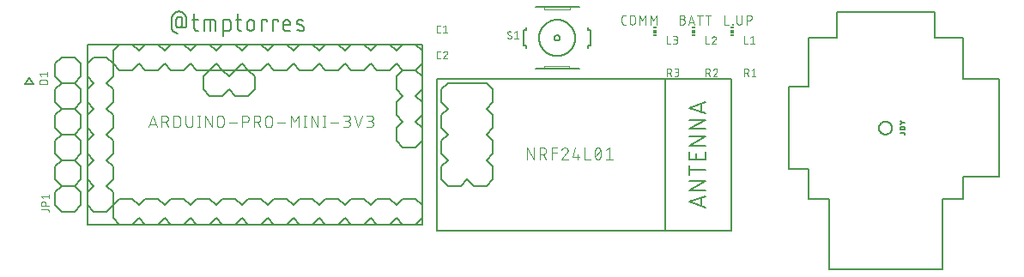
<source format=gbr>
G04 EAGLE Gerber RS-274X export*
G75*
%MOMM*%
%FSLAX34Y34*%
%LPD*%
%INSilkscreen Top*%
%IPPOS*%
%AMOC8*
5,1,8,0,0,1.08239X$1,22.5*%
G01*
%ADD10C,0.076200*%
%ADD11C,0.152400*%
%ADD12C,0.127000*%
%ADD13C,0.101600*%
%ADD14C,0.203200*%
%ADD15R,0.300000X0.150000*%
%ADD16R,0.300000X0.300000*%
%ADD17C,0.050800*%


D10*
X717931Y257429D02*
X717931Y248031D01*
X722108Y248031D01*
X725140Y248031D02*
X725140Y248553D01*
X725662Y248553D01*
X725662Y248031D01*
X725140Y248031D01*
X729496Y250642D02*
X729496Y257429D01*
X729495Y250642D02*
X729497Y250541D01*
X729503Y250440D01*
X729513Y250339D01*
X729526Y250239D01*
X729544Y250139D01*
X729565Y250040D01*
X729591Y249942D01*
X729620Y249845D01*
X729652Y249749D01*
X729689Y249655D01*
X729729Y249562D01*
X729773Y249470D01*
X729820Y249381D01*
X729871Y249293D01*
X729925Y249207D01*
X729982Y249124D01*
X730042Y249042D01*
X730106Y248964D01*
X730172Y248887D01*
X730242Y248814D01*
X730314Y248743D01*
X730389Y248675D01*
X730467Y248610D01*
X730547Y248548D01*
X730629Y248489D01*
X730714Y248433D01*
X730801Y248381D01*
X730889Y248332D01*
X730980Y248286D01*
X731072Y248245D01*
X731166Y248206D01*
X731261Y248172D01*
X731357Y248141D01*
X731455Y248114D01*
X731553Y248090D01*
X731653Y248071D01*
X731753Y248055D01*
X731853Y248043D01*
X731954Y248035D01*
X732055Y248031D01*
X732157Y248031D01*
X732258Y248035D01*
X732359Y248043D01*
X732459Y248055D01*
X732559Y248071D01*
X732659Y248090D01*
X732757Y248114D01*
X732855Y248141D01*
X732951Y248172D01*
X733046Y248206D01*
X733140Y248245D01*
X733232Y248286D01*
X733323Y248332D01*
X733412Y248381D01*
X733498Y248433D01*
X733583Y248489D01*
X733665Y248548D01*
X733745Y248610D01*
X733823Y248675D01*
X733898Y248743D01*
X733970Y248814D01*
X734040Y248887D01*
X734106Y248964D01*
X734170Y249042D01*
X734230Y249124D01*
X734287Y249207D01*
X734341Y249293D01*
X734392Y249381D01*
X734439Y249470D01*
X734483Y249562D01*
X734523Y249655D01*
X734560Y249749D01*
X734592Y249845D01*
X734621Y249942D01*
X734647Y250040D01*
X734668Y250139D01*
X734686Y250239D01*
X734699Y250339D01*
X734709Y250440D01*
X734715Y250541D01*
X734717Y250642D01*
X734717Y257429D01*
X739381Y257429D02*
X739381Y248031D01*
X739381Y257429D02*
X741991Y257429D01*
X742092Y257427D01*
X742193Y257421D01*
X742294Y257411D01*
X742394Y257398D01*
X742494Y257380D01*
X742593Y257359D01*
X742691Y257333D01*
X742788Y257304D01*
X742884Y257272D01*
X742978Y257235D01*
X743071Y257195D01*
X743163Y257151D01*
X743252Y257104D01*
X743340Y257053D01*
X743426Y256999D01*
X743509Y256942D01*
X743591Y256882D01*
X743669Y256818D01*
X743746Y256752D01*
X743819Y256682D01*
X743890Y256610D01*
X743958Y256535D01*
X744023Y256457D01*
X744085Y256377D01*
X744144Y256295D01*
X744200Y256210D01*
X744252Y256123D01*
X744301Y256035D01*
X744347Y255944D01*
X744388Y255852D01*
X744427Y255758D01*
X744461Y255663D01*
X744492Y255567D01*
X744519Y255469D01*
X744543Y255371D01*
X744562Y255271D01*
X744578Y255171D01*
X744590Y255071D01*
X744598Y254970D01*
X744602Y254869D01*
X744602Y254767D01*
X744598Y254666D01*
X744590Y254565D01*
X744578Y254465D01*
X744562Y254365D01*
X744543Y254265D01*
X744519Y254167D01*
X744492Y254069D01*
X744461Y253973D01*
X744427Y253878D01*
X744388Y253784D01*
X744347Y253692D01*
X744301Y253601D01*
X744252Y253512D01*
X744200Y253426D01*
X744144Y253341D01*
X744085Y253259D01*
X744023Y253179D01*
X743958Y253101D01*
X743890Y253026D01*
X743819Y252954D01*
X743746Y252884D01*
X743669Y252818D01*
X743591Y252754D01*
X743509Y252694D01*
X743426Y252637D01*
X743340Y252583D01*
X743252Y252532D01*
X743163Y252485D01*
X743071Y252441D01*
X742978Y252401D01*
X742884Y252364D01*
X742788Y252332D01*
X742691Y252303D01*
X742593Y252277D01*
X742494Y252256D01*
X742394Y252238D01*
X742294Y252225D01*
X742193Y252215D01*
X742092Y252209D01*
X741991Y252207D01*
X741991Y252208D02*
X739381Y252208D01*
X676092Y253252D02*
X673481Y253252D01*
X676092Y253253D02*
X676193Y253251D01*
X676294Y253245D01*
X676395Y253235D01*
X676495Y253222D01*
X676595Y253204D01*
X676694Y253183D01*
X676792Y253157D01*
X676889Y253128D01*
X676985Y253096D01*
X677079Y253059D01*
X677172Y253019D01*
X677264Y252975D01*
X677353Y252928D01*
X677441Y252877D01*
X677527Y252823D01*
X677610Y252766D01*
X677692Y252706D01*
X677770Y252642D01*
X677847Y252576D01*
X677920Y252506D01*
X677991Y252434D01*
X678059Y252359D01*
X678124Y252281D01*
X678186Y252201D01*
X678245Y252119D01*
X678301Y252034D01*
X678353Y251947D01*
X678402Y251859D01*
X678448Y251768D01*
X678489Y251676D01*
X678528Y251582D01*
X678562Y251487D01*
X678593Y251391D01*
X678620Y251293D01*
X678644Y251195D01*
X678663Y251095D01*
X678679Y250995D01*
X678691Y250895D01*
X678699Y250794D01*
X678703Y250693D01*
X678703Y250591D01*
X678699Y250490D01*
X678691Y250389D01*
X678679Y250289D01*
X678663Y250189D01*
X678644Y250089D01*
X678620Y249991D01*
X678593Y249893D01*
X678562Y249797D01*
X678528Y249702D01*
X678489Y249608D01*
X678448Y249516D01*
X678402Y249425D01*
X678353Y249336D01*
X678301Y249250D01*
X678245Y249165D01*
X678186Y249083D01*
X678124Y249003D01*
X678059Y248925D01*
X677991Y248850D01*
X677920Y248778D01*
X677847Y248708D01*
X677770Y248642D01*
X677692Y248578D01*
X677610Y248518D01*
X677527Y248461D01*
X677441Y248407D01*
X677353Y248356D01*
X677264Y248309D01*
X677172Y248265D01*
X677079Y248225D01*
X676985Y248188D01*
X676889Y248156D01*
X676792Y248127D01*
X676694Y248101D01*
X676595Y248080D01*
X676495Y248062D01*
X676395Y248049D01*
X676294Y248039D01*
X676193Y248033D01*
X676092Y248031D01*
X673481Y248031D01*
X673481Y257429D01*
X676092Y257429D01*
X676182Y257427D01*
X676271Y257421D01*
X676361Y257412D01*
X676450Y257398D01*
X676538Y257381D01*
X676625Y257360D01*
X676712Y257335D01*
X676797Y257306D01*
X676881Y257274D01*
X676963Y257239D01*
X677044Y257199D01*
X677123Y257157D01*
X677200Y257111D01*
X677275Y257061D01*
X677348Y257009D01*
X677419Y256953D01*
X677487Y256895D01*
X677552Y256833D01*
X677615Y256769D01*
X677675Y256702D01*
X677732Y256633D01*
X677786Y256561D01*
X677837Y256487D01*
X677885Y256411D01*
X677929Y256333D01*
X677970Y256253D01*
X678008Y256171D01*
X678042Y256088D01*
X678072Y256003D01*
X678099Y255917D01*
X678122Y255831D01*
X678141Y255743D01*
X678156Y255654D01*
X678168Y255565D01*
X678176Y255476D01*
X678180Y255386D01*
X678180Y255296D01*
X678176Y255206D01*
X678168Y255117D01*
X678156Y255028D01*
X678141Y254939D01*
X678122Y254851D01*
X678099Y254765D01*
X678072Y254679D01*
X678042Y254594D01*
X678008Y254511D01*
X677970Y254429D01*
X677929Y254349D01*
X677885Y254271D01*
X677837Y254195D01*
X677786Y254121D01*
X677732Y254049D01*
X677675Y253980D01*
X677615Y253913D01*
X677552Y253849D01*
X677487Y253787D01*
X677419Y253729D01*
X677348Y253673D01*
X677275Y253621D01*
X677200Y253571D01*
X677123Y253525D01*
X677044Y253483D01*
X676963Y253443D01*
X676881Y253408D01*
X676797Y253376D01*
X676712Y253347D01*
X676625Y253322D01*
X676538Y253301D01*
X676450Y253284D01*
X676361Y253270D01*
X676271Y253261D01*
X676182Y253255D01*
X676092Y253253D01*
X681667Y248031D02*
X684799Y257429D01*
X687932Y248031D01*
X687149Y250381D02*
X682450Y250381D01*
X693334Y248031D02*
X693334Y257429D01*
X695944Y257429D02*
X690723Y257429D01*
X701259Y257429D02*
X701259Y248031D01*
X698648Y257429D02*
X703869Y257429D01*
X620508Y248031D02*
X618419Y248031D01*
X618330Y248033D01*
X618242Y248039D01*
X618154Y248048D01*
X618066Y248061D01*
X617979Y248078D01*
X617893Y248098D01*
X617808Y248123D01*
X617723Y248150D01*
X617640Y248182D01*
X617559Y248216D01*
X617479Y248255D01*
X617401Y248296D01*
X617324Y248341D01*
X617250Y248389D01*
X617177Y248440D01*
X617107Y248494D01*
X617040Y248552D01*
X616974Y248612D01*
X616912Y248674D01*
X616852Y248740D01*
X616794Y248807D01*
X616740Y248877D01*
X616689Y248950D01*
X616641Y249024D01*
X616596Y249101D01*
X616555Y249179D01*
X616516Y249259D01*
X616482Y249340D01*
X616450Y249423D01*
X616423Y249508D01*
X616398Y249593D01*
X616378Y249679D01*
X616361Y249766D01*
X616348Y249854D01*
X616339Y249942D01*
X616333Y250030D01*
X616331Y250119D01*
X616331Y255341D01*
X616333Y255432D01*
X616339Y255523D01*
X616349Y255614D01*
X616363Y255704D01*
X616380Y255793D01*
X616402Y255881D01*
X616428Y255969D01*
X616457Y256055D01*
X616490Y256140D01*
X616527Y256223D01*
X616567Y256305D01*
X616611Y256385D01*
X616658Y256463D01*
X616709Y256539D01*
X616762Y256612D01*
X616819Y256683D01*
X616880Y256752D01*
X616943Y256817D01*
X617008Y256880D01*
X617077Y256940D01*
X617148Y256998D01*
X617221Y257051D01*
X617297Y257102D01*
X617375Y257149D01*
X617455Y257193D01*
X617537Y257233D01*
X617620Y257270D01*
X617705Y257303D01*
X617791Y257332D01*
X617879Y257358D01*
X617967Y257380D01*
X618056Y257397D01*
X618146Y257411D01*
X618237Y257421D01*
X618328Y257427D01*
X618419Y257429D01*
X620508Y257429D01*
X623977Y254818D02*
X623977Y250642D01*
X623976Y254818D02*
X623978Y254919D01*
X623984Y255020D01*
X623994Y255121D01*
X624007Y255221D01*
X624025Y255321D01*
X624046Y255420D01*
X624072Y255518D01*
X624101Y255615D01*
X624133Y255711D01*
X624170Y255805D01*
X624210Y255898D01*
X624254Y255990D01*
X624301Y256079D01*
X624352Y256167D01*
X624406Y256253D01*
X624463Y256336D01*
X624523Y256418D01*
X624587Y256496D01*
X624653Y256573D01*
X624723Y256646D01*
X624795Y256717D01*
X624870Y256785D01*
X624948Y256850D01*
X625028Y256912D01*
X625110Y256971D01*
X625195Y257027D01*
X625282Y257079D01*
X625370Y257128D01*
X625461Y257174D01*
X625553Y257215D01*
X625647Y257254D01*
X625742Y257288D01*
X625838Y257319D01*
X625936Y257346D01*
X626034Y257370D01*
X626134Y257389D01*
X626234Y257405D01*
X626334Y257417D01*
X626435Y257425D01*
X626536Y257429D01*
X626638Y257429D01*
X626739Y257425D01*
X626840Y257417D01*
X626940Y257405D01*
X627040Y257389D01*
X627140Y257370D01*
X627238Y257346D01*
X627336Y257319D01*
X627432Y257288D01*
X627527Y257254D01*
X627621Y257215D01*
X627713Y257174D01*
X627804Y257128D01*
X627893Y257079D01*
X627979Y257027D01*
X628064Y256971D01*
X628146Y256912D01*
X628226Y256850D01*
X628304Y256785D01*
X628379Y256717D01*
X628451Y256646D01*
X628521Y256573D01*
X628587Y256496D01*
X628651Y256418D01*
X628711Y256336D01*
X628768Y256253D01*
X628822Y256167D01*
X628873Y256079D01*
X628920Y255990D01*
X628964Y255898D01*
X629004Y255805D01*
X629041Y255711D01*
X629073Y255615D01*
X629102Y255518D01*
X629128Y255420D01*
X629149Y255321D01*
X629167Y255221D01*
X629180Y255121D01*
X629190Y255020D01*
X629196Y254919D01*
X629198Y254818D01*
X629198Y250642D01*
X629196Y250541D01*
X629190Y250440D01*
X629180Y250339D01*
X629167Y250239D01*
X629149Y250139D01*
X629128Y250040D01*
X629102Y249942D01*
X629073Y249845D01*
X629041Y249749D01*
X629004Y249655D01*
X628964Y249562D01*
X628920Y249470D01*
X628873Y249381D01*
X628822Y249293D01*
X628768Y249207D01*
X628711Y249124D01*
X628651Y249042D01*
X628587Y248964D01*
X628521Y248887D01*
X628451Y248814D01*
X628379Y248743D01*
X628304Y248675D01*
X628226Y248610D01*
X628146Y248548D01*
X628064Y248489D01*
X627979Y248433D01*
X627893Y248381D01*
X627804Y248332D01*
X627713Y248286D01*
X627621Y248245D01*
X627527Y248206D01*
X627432Y248172D01*
X627336Y248141D01*
X627238Y248114D01*
X627140Y248090D01*
X627040Y248071D01*
X626940Y248055D01*
X626840Y248043D01*
X626739Y248035D01*
X626638Y248031D01*
X626536Y248031D01*
X626435Y248035D01*
X626334Y248043D01*
X626234Y248055D01*
X626134Y248071D01*
X626034Y248090D01*
X625936Y248114D01*
X625838Y248141D01*
X625742Y248172D01*
X625647Y248206D01*
X625553Y248245D01*
X625461Y248286D01*
X625370Y248332D01*
X625282Y248381D01*
X625195Y248433D01*
X625110Y248489D01*
X625028Y248548D01*
X624948Y248610D01*
X624870Y248675D01*
X624795Y248743D01*
X624723Y248814D01*
X624653Y248887D01*
X624587Y248964D01*
X624523Y249042D01*
X624463Y249124D01*
X624406Y249207D01*
X624352Y249293D01*
X624301Y249381D01*
X624254Y249470D01*
X624210Y249562D01*
X624170Y249655D01*
X624133Y249749D01*
X624101Y249845D01*
X624072Y249942D01*
X624046Y250040D01*
X624025Y250139D01*
X624007Y250239D01*
X623994Y250339D01*
X623984Y250440D01*
X623978Y250541D01*
X623976Y250642D01*
X633513Y248031D02*
X633513Y257429D01*
X636646Y252208D01*
X639778Y257429D01*
X639778Y248031D01*
X644486Y248031D02*
X644486Y257429D01*
X647618Y252208D01*
X650751Y257429D01*
X650751Y248031D01*
D11*
X182146Y255609D02*
X179437Y255609D01*
X179437Y255608D02*
X179333Y255606D01*
X179230Y255600D01*
X179126Y255590D01*
X179023Y255576D01*
X178921Y255558D01*
X178820Y255537D01*
X178719Y255511D01*
X178620Y255482D01*
X178521Y255449D01*
X178424Y255412D01*
X178329Y255371D01*
X178235Y255327D01*
X178143Y255279D01*
X178053Y255228D01*
X177964Y255173D01*
X177878Y255115D01*
X177795Y255053D01*
X177713Y254989D01*
X177635Y254921D01*
X177559Y254851D01*
X177485Y254778D01*
X177415Y254701D01*
X177347Y254623D01*
X177283Y254541D01*
X177221Y254458D01*
X177163Y254372D01*
X177108Y254283D01*
X177057Y254193D01*
X177009Y254101D01*
X176965Y254007D01*
X176924Y253912D01*
X176887Y253815D01*
X176854Y253716D01*
X176825Y253617D01*
X176799Y253516D01*
X176778Y253415D01*
X176760Y253313D01*
X176746Y253210D01*
X176736Y253106D01*
X176730Y253003D01*
X176728Y252899D01*
X176728Y247481D01*
X176730Y247378D01*
X176736Y247276D01*
X176745Y247174D01*
X176759Y247072D01*
X176776Y246971D01*
X176798Y246871D01*
X176823Y246772D01*
X176851Y246673D01*
X176884Y246576D01*
X176920Y246480D01*
X176959Y246385D01*
X177003Y246292D01*
X177049Y246201D01*
X177100Y246112D01*
X177153Y246024D01*
X177210Y245939D01*
X177270Y245856D01*
X177333Y245775D01*
X177399Y245696D01*
X177468Y245621D01*
X177540Y245547D01*
X177614Y245477D01*
X177691Y245409D01*
X177771Y245345D01*
X177853Y245283D01*
X177937Y245225D01*
X178024Y245170D01*
X178112Y245118D01*
X178203Y245070D01*
X178295Y245025D01*
X178388Y244983D01*
X178484Y244945D01*
X178580Y244911D01*
X178678Y244880D01*
X178777Y244854D01*
X178877Y244830D01*
X178978Y244811D01*
X179079Y244796D01*
X179181Y244784D01*
X179283Y244776D01*
X179386Y244772D01*
X179488Y244772D01*
X179591Y244776D01*
X179693Y244784D01*
X179795Y244796D01*
X179896Y244811D01*
X179997Y244830D01*
X180097Y244854D01*
X180196Y244880D01*
X180294Y244911D01*
X180390Y244945D01*
X180486Y244983D01*
X180579Y245025D01*
X180671Y245070D01*
X180762Y245118D01*
X180850Y245170D01*
X180937Y245225D01*
X181021Y245283D01*
X181103Y245345D01*
X181183Y245409D01*
X181260Y245477D01*
X181334Y245547D01*
X181406Y245621D01*
X181475Y245696D01*
X181541Y245775D01*
X181604Y245856D01*
X181664Y245939D01*
X181721Y246024D01*
X181774Y246112D01*
X181825Y246201D01*
X181871Y246292D01*
X181915Y246385D01*
X181954Y246480D01*
X181990Y246576D01*
X182023Y246673D01*
X182051Y246772D01*
X182076Y246871D01*
X182098Y246971D01*
X182115Y247072D01*
X182129Y247174D01*
X182138Y247276D01*
X182144Y247378D01*
X182146Y247481D01*
X182146Y247029D02*
X182146Y255609D01*
X182146Y247029D02*
X182148Y246936D01*
X182154Y246843D01*
X182163Y246750D01*
X182177Y246657D01*
X182194Y246566D01*
X182215Y246475D01*
X182240Y246385D01*
X182268Y246296D01*
X182300Y246208D01*
X182336Y246122D01*
X182375Y246037D01*
X182418Y245954D01*
X182464Y245873D01*
X182514Y245794D01*
X182566Y245717D01*
X182622Y245642D01*
X182681Y245570D01*
X182743Y245500D01*
X182807Y245432D01*
X182875Y245368D01*
X182945Y245306D01*
X183017Y245247D01*
X183092Y245191D01*
X183169Y245139D01*
X183248Y245089D01*
X183329Y245043D01*
X183412Y245000D01*
X183497Y244961D01*
X183583Y244925D01*
X183671Y244893D01*
X183760Y244865D01*
X183850Y244840D01*
X183941Y244819D01*
X184032Y244802D01*
X184125Y244788D01*
X184218Y244779D01*
X184311Y244773D01*
X184404Y244771D01*
X184497Y244773D01*
X184590Y244779D01*
X184683Y244788D01*
X184776Y244802D01*
X184867Y244819D01*
X184958Y244840D01*
X185048Y244865D01*
X185137Y244893D01*
X185225Y244925D01*
X185311Y244961D01*
X185396Y245000D01*
X185479Y245043D01*
X185560Y245089D01*
X185639Y245139D01*
X185716Y245191D01*
X185791Y245247D01*
X185863Y245306D01*
X185933Y245368D01*
X186001Y245432D01*
X186065Y245500D01*
X186127Y245570D01*
X186186Y245642D01*
X186242Y245717D01*
X186294Y245794D01*
X186344Y245873D01*
X186390Y245954D01*
X186433Y246037D01*
X186472Y246122D01*
X186508Y246208D01*
X186540Y246296D01*
X186568Y246385D01*
X186593Y246475D01*
X186614Y246566D01*
X186631Y246657D01*
X186645Y246750D01*
X186654Y246843D01*
X186660Y246936D01*
X186662Y247029D01*
X186662Y253802D01*
X186660Y253978D01*
X186653Y254154D01*
X186643Y254329D01*
X186628Y254505D01*
X186609Y254680D01*
X186585Y254854D01*
X186557Y255028D01*
X186525Y255201D01*
X186489Y255373D01*
X186449Y255544D01*
X186404Y255714D01*
X186356Y255884D01*
X186303Y256051D01*
X186246Y256218D01*
X186185Y256383D01*
X186120Y256547D01*
X186052Y256708D01*
X185979Y256869D01*
X185902Y257027D01*
X185822Y257184D01*
X185738Y257338D01*
X185650Y257490D01*
X185558Y257641D01*
X185463Y257789D01*
X185364Y257934D01*
X185261Y258077D01*
X185156Y258218D01*
X185046Y258356D01*
X184934Y258491D01*
X184818Y258623D01*
X184699Y258753D01*
X184577Y258880D01*
X184452Y259003D01*
X184324Y259124D01*
X184192Y259241D01*
X184059Y259355D01*
X183922Y259466D01*
X183783Y259574D01*
X183641Y259678D01*
X183497Y259779D01*
X183350Y259876D01*
X183201Y259969D01*
X183050Y260059D01*
X182896Y260145D01*
X182741Y260227D01*
X182583Y260306D01*
X182424Y260381D01*
X182263Y260452D01*
X182100Y260518D01*
X181936Y260581D01*
X181770Y260640D01*
X181603Y260695D01*
X181434Y260745D01*
X181264Y260792D01*
X181094Y260834D01*
X180922Y260873D01*
X180749Y260907D01*
X180576Y260937D01*
X180402Y260962D01*
X180227Y260984D01*
X180052Y261001D01*
X179877Y261014D01*
X179701Y261022D01*
X179525Y261026D01*
X179349Y261026D01*
X179173Y261022D01*
X178997Y261014D01*
X178822Y261001D01*
X178647Y260984D01*
X178472Y260962D01*
X178298Y260937D01*
X178125Y260907D01*
X177952Y260873D01*
X177780Y260834D01*
X177610Y260792D01*
X177440Y260745D01*
X177271Y260695D01*
X177104Y260640D01*
X176938Y260581D01*
X176774Y260518D01*
X176611Y260452D01*
X176450Y260381D01*
X176291Y260306D01*
X176133Y260227D01*
X175978Y260145D01*
X175825Y260059D01*
X175673Y259969D01*
X175524Y259876D01*
X175377Y259779D01*
X175233Y259678D01*
X175091Y259574D01*
X174952Y259466D01*
X174815Y259355D01*
X174682Y259241D01*
X174550Y259124D01*
X174422Y259003D01*
X174297Y258880D01*
X174175Y258753D01*
X174056Y258623D01*
X173940Y258491D01*
X173828Y258356D01*
X173718Y258218D01*
X173613Y258077D01*
X173510Y257934D01*
X173411Y257789D01*
X173316Y257641D01*
X173224Y257490D01*
X173136Y257338D01*
X173052Y257184D01*
X172972Y257027D01*
X172895Y256869D01*
X172822Y256708D01*
X172754Y256547D01*
X172689Y256383D01*
X172628Y256218D01*
X172571Y256051D01*
X172518Y255884D01*
X172470Y255714D01*
X172425Y255544D01*
X172385Y255373D01*
X172349Y255201D01*
X172317Y255028D01*
X172289Y254854D01*
X172265Y254680D01*
X172246Y254505D01*
X172231Y254329D01*
X172221Y254154D01*
X172214Y253978D01*
X172212Y253802D01*
X172212Y246126D01*
X172214Y245962D01*
X172220Y245797D01*
X172230Y245633D01*
X172244Y245469D01*
X172262Y245306D01*
X172284Y245143D01*
X172309Y244980D01*
X172339Y244819D01*
X172373Y244658D01*
X172410Y244498D01*
X172452Y244338D01*
X172497Y244180D01*
X172546Y244023D01*
X172599Y243868D01*
X172655Y243713D01*
X172716Y243560D01*
X172780Y243409D01*
X172847Y243259D01*
X172918Y243111D01*
X172993Y242964D01*
X173072Y242820D01*
X173153Y242677D01*
X173239Y242536D01*
X173327Y242398D01*
X173419Y242261D01*
X173515Y242127D01*
X173613Y241996D01*
X173715Y241866D01*
X173819Y241740D01*
X173927Y241615D01*
X174038Y241494D01*
X174152Y241375D01*
X174268Y241259D01*
X174387Y241146D01*
X174509Y241035D01*
X174634Y240928D01*
X174761Y240824D01*
X174891Y240723D01*
X175023Y240625D01*
X175157Y240530D01*
X175294Y240438D01*
X175433Y240350D01*
X175574Y240266D01*
X175717Y240184D01*
X175862Y240107D01*
X176008Y240032D01*
X176157Y239962D01*
X176307Y239894D01*
X176459Y239831D01*
X176612Y239771D01*
X176766Y239715D01*
X176922Y239663D01*
X177080Y239615D01*
X177238Y239570D01*
X177397Y239529D01*
X177557Y239492D01*
X177718Y239459D01*
X177880Y239430D01*
X178043Y239405D01*
X178206Y239384D01*
X178369Y239366D01*
X178533Y239353D01*
X192764Y252899D02*
X198182Y252899D01*
X194570Y258318D02*
X194570Y244771D01*
X194572Y244670D01*
X194578Y244569D01*
X194587Y244468D01*
X194600Y244367D01*
X194617Y244267D01*
X194638Y244168D01*
X194662Y244070D01*
X194690Y243973D01*
X194722Y243876D01*
X194757Y243781D01*
X194796Y243688D01*
X194838Y243596D01*
X194884Y243505D01*
X194933Y243417D01*
X194985Y243330D01*
X195041Y243245D01*
X195099Y243162D01*
X195161Y243082D01*
X195226Y243004D01*
X195293Y242928D01*
X195363Y242855D01*
X195436Y242785D01*
X195512Y242718D01*
X195590Y242653D01*
X195670Y242591D01*
X195753Y242533D01*
X195838Y242477D01*
X195925Y242425D01*
X196013Y242376D01*
X196104Y242330D01*
X196196Y242288D01*
X196289Y242249D01*
X196384Y242214D01*
X196481Y242182D01*
X196578Y242154D01*
X196676Y242130D01*
X196775Y242109D01*
X196875Y242092D01*
X196976Y242079D01*
X197077Y242070D01*
X197178Y242064D01*
X197279Y242062D01*
X198182Y242062D01*
X204760Y242062D02*
X204760Y252899D01*
X212888Y252899D01*
X212989Y252897D01*
X213090Y252891D01*
X213191Y252882D01*
X213292Y252869D01*
X213392Y252852D01*
X213491Y252831D01*
X213589Y252807D01*
X213686Y252779D01*
X213783Y252747D01*
X213878Y252712D01*
X213971Y252673D01*
X214063Y252631D01*
X214154Y252585D01*
X214243Y252536D01*
X214329Y252484D01*
X214414Y252428D01*
X214497Y252370D01*
X214577Y252308D01*
X214655Y252243D01*
X214731Y252176D01*
X214804Y252106D01*
X214874Y252033D01*
X214941Y251957D01*
X215006Y251879D01*
X215068Y251799D01*
X215126Y251716D01*
X215182Y251631D01*
X215234Y251545D01*
X215283Y251456D01*
X215329Y251365D01*
X215371Y251273D01*
X215410Y251180D01*
X215445Y251085D01*
X215477Y250988D01*
X215505Y250891D01*
X215529Y250793D01*
X215550Y250694D01*
X215567Y250594D01*
X215580Y250493D01*
X215589Y250392D01*
X215595Y250291D01*
X215597Y250190D01*
X215597Y242062D01*
X210178Y242062D02*
X210178Y252899D01*
X223312Y252899D02*
X223312Y236643D01*
X223312Y252899D02*
X227828Y252899D01*
X227932Y252897D01*
X228035Y252891D01*
X228139Y252881D01*
X228242Y252867D01*
X228344Y252849D01*
X228445Y252828D01*
X228546Y252802D01*
X228645Y252773D01*
X228744Y252740D01*
X228841Y252703D01*
X228936Y252662D01*
X229030Y252618D01*
X229122Y252570D01*
X229212Y252519D01*
X229301Y252464D01*
X229387Y252406D01*
X229470Y252344D01*
X229552Y252280D01*
X229630Y252212D01*
X229706Y252142D01*
X229780Y252069D01*
X229850Y251992D01*
X229918Y251914D01*
X229982Y251832D01*
X230044Y251749D01*
X230102Y251663D01*
X230157Y251574D01*
X230208Y251484D01*
X230256Y251392D01*
X230300Y251298D01*
X230341Y251203D01*
X230378Y251106D01*
X230411Y251007D01*
X230440Y250908D01*
X230466Y250807D01*
X230487Y250706D01*
X230505Y250604D01*
X230519Y250501D01*
X230529Y250397D01*
X230535Y250294D01*
X230537Y250190D01*
X230537Y244771D01*
X230535Y244670D01*
X230529Y244569D01*
X230520Y244468D01*
X230507Y244367D01*
X230490Y244267D01*
X230469Y244168D01*
X230445Y244070D01*
X230417Y243973D01*
X230385Y243876D01*
X230350Y243781D01*
X230311Y243688D01*
X230269Y243596D01*
X230223Y243505D01*
X230174Y243416D01*
X230122Y243330D01*
X230066Y243245D01*
X230008Y243162D01*
X229946Y243082D01*
X229881Y243004D01*
X229814Y242928D01*
X229744Y242855D01*
X229671Y242785D01*
X229595Y242718D01*
X229517Y242653D01*
X229437Y242591D01*
X229354Y242533D01*
X229269Y242477D01*
X229183Y242425D01*
X229094Y242376D01*
X229003Y242330D01*
X228911Y242288D01*
X228818Y242249D01*
X228723Y242214D01*
X228626Y242182D01*
X228529Y242154D01*
X228431Y242130D01*
X228332Y242109D01*
X228232Y242092D01*
X228131Y242079D01*
X228030Y242070D01*
X227929Y242064D01*
X227828Y242062D01*
X223312Y242062D01*
X235489Y252899D02*
X240908Y252899D01*
X237295Y258318D02*
X237295Y244771D01*
X237297Y244670D01*
X237303Y244569D01*
X237312Y244468D01*
X237325Y244367D01*
X237342Y244267D01*
X237363Y244168D01*
X237387Y244070D01*
X237415Y243973D01*
X237447Y243876D01*
X237482Y243781D01*
X237521Y243688D01*
X237563Y243596D01*
X237609Y243505D01*
X237658Y243417D01*
X237710Y243330D01*
X237766Y243245D01*
X237824Y243162D01*
X237886Y243082D01*
X237951Y243004D01*
X238018Y242928D01*
X238088Y242855D01*
X238161Y242785D01*
X238237Y242718D01*
X238315Y242653D01*
X238395Y242591D01*
X238478Y242533D01*
X238563Y242477D01*
X238650Y242425D01*
X238738Y242376D01*
X238829Y242330D01*
X238921Y242288D01*
X239014Y242249D01*
X239109Y242214D01*
X239206Y242182D01*
X239303Y242154D01*
X239401Y242130D01*
X239500Y242109D01*
X239600Y242092D01*
X239701Y242079D01*
X239802Y242070D01*
X239903Y242064D01*
X240004Y242062D01*
X240908Y242062D01*
X246686Y245674D02*
X246686Y249287D01*
X246688Y249406D01*
X246694Y249526D01*
X246704Y249645D01*
X246718Y249763D01*
X246735Y249882D01*
X246757Y249999D01*
X246782Y250116D01*
X246812Y250231D01*
X246845Y250346D01*
X246882Y250460D01*
X246922Y250572D01*
X246967Y250683D01*
X247015Y250792D01*
X247066Y250900D01*
X247121Y251006D01*
X247180Y251110D01*
X247242Y251212D01*
X247307Y251312D01*
X247376Y251410D01*
X247448Y251506D01*
X247523Y251599D01*
X247600Y251689D01*
X247681Y251777D01*
X247765Y251862D01*
X247852Y251944D01*
X247941Y252024D01*
X248033Y252100D01*
X248127Y252174D01*
X248224Y252244D01*
X248322Y252311D01*
X248423Y252375D01*
X248527Y252435D01*
X248632Y252492D01*
X248739Y252545D01*
X248847Y252595D01*
X248957Y252641D01*
X249069Y252683D01*
X249182Y252722D01*
X249296Y252757D01*
X249411Y252788D01*
X249528Y252816D01*
X249645Y252839D01*
X249762Y252859D01*
X249881Y252875D01*
X250000Y252887D01*
X250119Y252895D01*
X250238Y252899D01*
X250358Y252899D01*
X250477Y252895D01*
X250596Y252887D01*
X250715Y252875D01*
X250834Y252859D01*
X250951Y252839D01*
X251068Y252816D01*
X251185Y252788D01*
X251300Y252757D01*
X251414Y252722D01*
X251527Y252683D01*
X251639Y252641D01*
X251749Y252595D01*
X251857Y252545D01*
X251964Y252492D01*
X252069Y252435D01*
X252173Y252375D01*
X252274Y252311D01*
X252372Y252244D01*
X252469Y252174D01*
X252563Y252100D01*
X252655Y252024D01*
X252744Y251944D01*
X252831Y251862D01*
X252915Y251777D01*
X252996Y251689D01*
X253073Y251599D01*
X253148Y251506D01*
X253220Y251410D01*
X253289Y251312D01*
X253354Y251212D01*
X253416Y251110D01*
X253475Y251006D01*
X253530Y250900D01*
X253581Y250792D01*
X253629Y250683D01*
X253674Y250572D01*
X253714Y250460D01*
X253751Y250346D01*
X253784Y250231D01*
X253814Y250116D01*
X253839Y249999D01*
X253861Y249882D01*
X253878Y249763D01*
X253892Y249645D01*
X253902Y249526D01*
X253908Y249406D01*
X253910Y249287D01*
X253911Y249287D02*
X253911Y245674D01*
X253910Y245674D02*
X253908Y245555D01*
X253902Y245435D01*
X253892Y245316D01*
X253878Y245198D01*
X253861Y245079D01*
X253839Y244962D01*
X253814Y244845D01*
X253784Y244730D01*
X253751Y244615D01*
X253714Y244501D01*
X253674Y244389D01*
X253629Y244278D01*
X253581Y244169D01*
X253530Y244061D01*
X253475Y243955D01*
X253416Y243851D01*
X253354Y243749D01*
X253289Y243649D01*
X253220Y243551D01*
X253148Y243455D01*
X253073Y243362D01*
X252996Y243272D01*
X252915Y243184D01*
X252831Y243099D01*
X252744Y243017D01*
X252655Y242937D01*
X252563Y242861D01*
X252469Y242787D01*
X252372Y242717D01*
X252274Y242650D01*
X252173Y242586D01*
X252069Y242526D01*
X251964Y242469D01*
X251857Y242416D01*
X251749Y242366D01*
X251639Y242320D01*
X251527Y242278D01*
X251414Y242239D01*
X251300Y242204D01*
X251185Y242173D01*
X251068Y242145D01*
X250951Y242122D01*
X250834Y242102D01*
X250715Y242086D01*
X250596Y242074D01*
X250477Y242066D01*
X250358Y242062D01*
X250238Y242062D01*
X250119Y242066D01*
X250000Y242074D01*
X249881Y242086D01*
X249762Y242102D01*
X249645Y242122D01*
X249528Y242145D01*
X249411Y242173D01*
X249296Y242204D01*
X249182Y242239D01*
X249069Y242278D01*
X248957Y242320D01*
X248847Y242366D01*
X248739Y242416D01*
X248632Y242469D01*
X248527Y242526D01*
X248423Y242586D01*
X248322Y242650D01*
X248224Y242717D01*
X248127Y242787D01*
X248033Y242861D01*
X247941Y242937D01*
X247852Y243017D01*
X247765Y243099D01*
X247681Y243184D01*
X247600Y243272D01*
X247523Y243362D01*
X247448Y243455D01*
X247376Y243551D01*
X247307Y243649D01*
X247242Y243749D01*
X247180Y243851D01*
X247121Y243955D01*
X247066Y244061D01*
X247015Y244169D01*
X246967Y244278D01*
X246922Y244389D01*
X246882Y244501D01*
X246845Y244615D01*
X246812Y244730D01*
X246782Y244845D01*
X246757Y244962D01*
X246735Y245079D01*
X246718Y245198D01*
X246704Y245316D01*
X246694Y245435D01*
X246688Y245555D01*
X246686Y245674D01*
X260839Y242062D02*
X260839Y252899D01*
X266258Y252899D01*
X266258Y251093D01*
X271781Y252899D02*
X271781Y242062D01*
X271781Y252899D02*
X277199Y252899D01*
X277199Y251093D01*
X284826Y242062D02*
X289342Y242062D01*
X284826Y242062D02*
X284725Y242064D01*
X284624Y242070D01*
X284523Y242079D01*
X284422Y242092D01*
X284322Y242109D01*
X284223Y242130D01*
X284125Y242154D01*
X284028Y242182D01*
X283931Y242214D01*
X283836Y242249D01*
X283743Y242288D01*
X283651Y242330D01*
X283560Y242376D01*
X283472Y242425D01*
X283385Y242477D01*
X283300Y242533D01*
X283217Y242591D01*
X283137Y242653D01*
X283059Y242718D01*
X282983Y242785D01*
X282910Y242855D01*
X282840Y242928D01*
X282773Y243004D01*
X282708Y243082D01*
X282646Y243162D01*
X282588Y243245D01*
X282532Y243330D01*
X282480Y243417D01*
X282431Y243505D01*
X282385Y243596D01*
X282343Y243688D01*
X282304Y243781D01*
X282269Y243876D01*
X282237Y243973D01*
X282209Y244070D01*
X282185Y244168D01*
X282164Y244267D01*
X282147Y244367D01*
X282134Y244468D01*
X282125Y244569D01*
X282119Y244670D01*
X282117Y244771D01*
X282117Y249287D01*
X282119Y249406D01*
X282125Y249526D01*
X282135Y249645D01*
X282149Y249763D01*
X282166Y249882D01*
X282188Y249999D01*
X282213Y250116D01*
X282243Y250231D01*
X282276Y250346D01*
X282313Y250460D01*
X282353Y250572D01*
X282398Y250683D01*
X282446Y250792D01*
X282497Y250900D01*
X282552Y251006D01*
X282611Y251110D01*
X282673Y251212D01*
X282738Y251312D01*
X282807Y251410D01*
X282879Y251506D01*
X282954Y251599D01*
X283031Y251689D01*
X283112Y251777D01*
X283196Y251862D01*
X283283Y251944D01*
X283372Y252024D01*
X283464Y252100D01*
X283558Y252174D01*
X283655Y252244D01*
X283753Y252311D01*
X283854Y252375D01*
X283958Y252435D01*
X284063Y252492D01*
X284170Y252545D01*
X284278Y252595D01*
X284388Y252641D01*
X284500Y252683D01*
X284613Y252722D01*
X284727Y252757D01*
X284842Y252788D01*
X284959Y252816D01*
X285076Y252839D01*
X285193Y252859D01*
X285312Y252875D01*
X285431Y252887D01*
X285550Y252895D01*
X285669Y252899D01*
X285789Y252899D01*
X285908Y252895D01*
X286027Y252887D01*
X286146Y252875D01*
X286265Y252859D01*
X286382Y252839D01*
X286499Y252816D01*
X286616Y252788D01*
X286731Y252757D01*
X286845Y252722D01*
X286958Y252683D01*
X287070Y252641D01*
X287180Y252595D01*
X287288Y252545D01*
X287395Y252492D01*
X287500Y252435D01*
X287604Y252375D01*
X287705Y252311D01*
X287803Y252244D01*
X287900Y252174D01*
X287994Y252100D01*
X288086Y252024D01*
X288175Y251944D01*
X288262Y251862D01*
X288346Y251777D01*
X288427Y251689D01*
X288504Y251599D01*
X288579Y251506D01*
X288651Y251410D01*
X288720Y251312D01*
X288785Y251212D01*
X288847Y251110D01*
X288906Y251006D01*
X288961Y250900D01*
X289012Y250792D01*
X289060Y250683D01*
X289105Y250572D01*
X289145Y250460D01*
X289182Y250346D01*
X289215Y250231D01*
X289245Y250116D01*
X289270Y249999D01*
X289292Y249882D01*
X289309Y249763D01*
X289323Y249645D01*
X289333Y249526D01*
X289339Y249406D01*
X289341Y249287D01*
X289342Y249287D02*
X289342Y247481D01*
X282117Y247481D01*
X297018Y248384D02*
X301534Y246578D01*
X297018Y248384D02*
X296930Y248421D01*
X296844Y248462D01*
X296759Y248506D01*
X296676Y248554D01*
X296596Y248605D01*
X296517Y248659D01*
X296441Y248717D01*
X296367Y248777D01*
X296295Y248841D01*
X296227Y248907D01*
X296161Y248977D01*
X296098Y249048D01*
X296037Y249123D01*
X295980Y249199D01*
X295927Y249278D01*
X295876Y249359D01*
X295829Y249442D01*
X295785Y249527D01*
X295745Y249614D01*
X295708Y249702D01*
X295675Y249792D01*
X295645Y249883D01*
X295620Y249975D01*
X295598Y250068D01*
X295580Y250162D01*
X295565Y250256D01*
X295555Y250351D01*
X295549Y250447D01*
X295546Y250542D01*
X295547Y250638D01*
X295553Y250733D01*
X295562Y250829D01*
X295575Y250923D01*
X295591Y251017D01*
X295612Y251111D01*
X295637Y251203D01*
X295665Y251294D01*
X295697Y251384D01*
X295732Y251473D01*
X295771Y251560D01*
X295814Y251646D01*
X295860Y251730D01*
X295910Y251811D01*
X295962Y251891D01*
X296018Y251969D01*
X296078Y252044D01*
X296140Y252116D01*
X296205Y252186D01*
X296273Y252254D01*
X296343Y252318D01*
X296416Y252380D01*
X296492Y252438D01*
X296570Y252494D01*
X296650Y252546D01*
X296732Y252595D01*
X296816Y252640D01*
X296902Y252682D01*
X296989Y252721D01*
X297078Y252756D01*
X297169Y252787D01*
X297260Y252814D01*
X297353Y252838D01*
X297446Y252858D01*
X297540Y252874D01*
X297635Y252886D01*
X297730Y252895D01*
X297826Y252899D01*
X297921Y252900D01*
X298168Y252893D01*
X298414Y252881D01*
X298660Y252863D01*
X298906Y252838D01*
X299150Y252808D01*
X299394Y252772D01*
X299637Y252731D01*
X299879Y252683D01*
X300120Y252629D01*
X300359Y252570D01*
X300597Y252505D01*
X300833Y252434D01*
X301068Y252358D01*
X301301Y252276D01*
X301531Y252188D01*
X301759Y252095D01*
X301986Y251997D01*
X301534Y246577D02*
X301622Y246540D01*
X301708Y246499D01*
X301793Y246455D01*
X301876Y246407D01*
X301956Y246356D01*
X302035Y246302D01*
X302111Y246244D01*
X302185Y246184D01*
X302257Y246120D01*
X302325Y246054D01*
X302391Y245984D01*
X302454Y245913D01*
X302515Y245838D01*
X302572Y245762D01*
X302625Y245683D01*
X302676Y245602D01*
X302723Y245519D01*
X302767Y245434D01*
X302807Y245347D01*
X302844Y245259D01*
X302877Y245169D01*
X302907Y245078D01*
X302932Y244986D01*
X302954Y244893D01*
X302972Y244799D01*
X302987Y244705D01*
X302997Y244610D01*
X303003Y244514D01*
X303006Y244419D01*
X303005Y244323D01*
X302999Y244228D01*
X302990Y244132D01*
X302977Y244038D01*
X302961Y243944D01*
X302940Y243850D01*
X302915Y243758D01*
X302887Y243667D01*
X302855Y243577D01*
X302820Y243488D01*
X302781Y243401D01*
X302738Y243315D01*
X302692Y243231D01*
X302642Y243150D01*
X302590Y243070D01*
X302534Y242992D01*
X302474Y242917D01*
X302412Y242845D01*
X302347Y242775D01*
X302279Y242707D01*
X302209Y242643D01*
X302136Y242581D01*
X302060Y242523D01*
X301982Y242467D01*
X301902Y242415D01*
X301820Y242366D01*
X301736Y242321D01*
X301650Y242279D01*
X301563Y242240D01*
X301474Y242205D01*
X301383Y242174D01*
X301292Y242147D01*
X301199Y242123D01*
X301106Y242103D01*
X301012Y242087D01*
X300917Y242075D01*
X300822Y242066D01*
X300726Y242062D01*
X300631Y242061D01*
X300631Y242062D02*
X300269Y242071D01*
X299907Y242089D01*
X299546Y242116D01*
X299186Y242151D01*
X298826Y242194D01*
X298467Y242246D01*
X298110Y242307D01*
X297755Y242376D01*
X297401Y242453D01*
X297049Y242539D01*
X296699Y242633D01*
X296351Y242736D01*
X296006Y242846D01*
X295664Y242965D01*
D12*
X434086Y194310D02*
X659130Y194310D01*
X724154Y194310D01*
X724154Y44450D01*
X659130Y44450D01*
X434086Y44450D01*
X434086Y194310D01*
X438150Y184150D02*
X444500Y190500D01*
X482600Y190500D01*
X488950Y184150D01*
X488950Y171450D01*
X482600Y165100D01*
X488950Y158750D01*
X488950Y146050D01*
X482600Y139700D01*
X488950Y133350D01*
X488950Y120650D01*
X482600Y114300D01*
X488950Y107950D01*
X488950Y95250D01*
X482600Y88900D01*
X469900Y88900D01*
X463550Y95250D01*
X457200Y88900D01*
X444500Y88900D01*
X438150Y95250D01*
X438150Y107950D01*
X444500Y114300D01*
X438150Y120650D01*
X438150Y133350D01*
X444500Y139700D01*
X438150Y146050D01*
X438150Y158750D01*
X444500Y165100D01*
X438150Y171450D01*
X438150Y184150D01*
X659130Y194310D02*
X659130Y44450D01*
D11*
X682752Y73007D02*
X699008Y67589D01*
X699008Y78426D02*
X682752Y73007D01*
X694944Y77071D02*
X694944Y68943D01*
X699008Y84644D02*
X682752Y84644D01*
X699008Y93675D01*
X682752Y93675D01*
X682752Y104270D02*
X699008Y104270D01*
X682752Y99754D02*
X682752Y108785D01*
X699008Y114894D02*
X699008Y122119D01*
X699008Y114894D02*
X682752Y114894D01*
X682752Y122119D01*
X689977Y120313D02*
X689977Y114894D01*
X682752Y128412D02*
X699008Y128412D01*
X699008Y137443D02*
X682752Y128412D01*
X682752Y137443D02*
X699008Y137443D01*
X699008Y145085D02*
X682752Y145085D01*
X699008Y154116D01*
X682752Y154116D01*
X682752Y165753D02*
X699008Y160334D01*
X699008Y171171D02*
X682752Y165753D01*
X694944Y169817D02*
X694944Y161689D01*
D13*
X523043Y126492D02*
X523043Y114808D01*
X529534Y114808D02*
X523043Y126492D01*
X529534Y126492D02*
X529534Y114808D01*
X535308Y114808D02*
X535308Y126492D01*
X538554Y126492D01*
X538667Y126490D01*
X538780Y126484D01*
X538893Y126474D01*
X539006Y126460D01*
X539118Y126443D01*
X539229Y126421D01*
X539339Y126396D01*
X539449Y126366D01*
X539557Y126333D01*
X539664Y126296D01*
X539770Y126256D01*
X539874Y126211D01*
X539977Y126163D01*
X540078Y126112D01*
X540177Y126057D01*
X540274Y125999D01*
X540369Y125937D01*
X540462Y125872D01*
X540552Y125804D01*
X540640Y125733D01*
X540726Y125658D01*
X540809Y125581D01*
X540889Y125501D01*
X540966Y125418D01*
X541041Y125332D01*
X541112Y125244D01*
X541180Y125154D01*
X541245Y125061D01*
X541307Y124966D01*
X541365Y124869D01*
X541420Y124770D01*
X541471Y124669D01*
X541519Y124566D01*
X541564Y124462D01*
X541604Y124356D01*
X541641Y124249D01*
X541674Y124141D01*
X541704Y124031D01*
X541729Y123921D01*
X541751Y123810D01*
X541768Y123698D01*
X541782Y123585D01*
X541792Y123472D01*
X541798Y123359D01*
X541800Y123246D01*
X541798Y123133D01*
X541792Y123020D01*
X541782Y122907D01*
X541768Y122794D01*
X541751Y122682D01*
X541729Y122571D01*
X541704Y122461D01*
X541674Y122351D01*
X541641Y122243D01*
X541604Y122136D01*
X541564Y122030D01*
X541519Y121926D01*
X541471Y121823D01*
X541420Y121722D01*
X541365Y121623D01*
X541307Y121526D01*
X541245Y121431D01*
X541180Y121338D01*
X541112Y121248D01*
X541041Y121160D01*
X540966Y121074D01*
X540889Y120991D01*
X540809Y120911D01*
X540726Y120834D01*
X540640Y120759D01*
X540552Y120688D01*
X540462Y120620D01*
X540369Y120555D01*
X540274Y120493D01*
X540177Y120435D01*
X540078Y120380D01*
X539977Y120329D01*
X539874Y120281D01*
X539770Y120236D01*
X539664Y120196D01*
X539557Y120159D01*
X539449Y120126D01*
X539339Y120096D01*
X539229Y120071D01*
X539118Y120049D01*
X539006Y120032D01*
X538893Y120018D01*
X538780Y120008D01*
X538667Y120002D01*
X538554Y120000D01*
X538554Y120001D02*
X535308Y120001D01*
X539203Y120001D02*
X541799Y114808D01*
X547068Y114808D02*
X547068Y126492D01*
X552261Y126492D01*
X552261Y121299D02*
X547068Y121299D01*
X560141Y126492D02*
X560248Y126490D01*
X560354Y126484D01*
X560460Y126474D01*
X560566Y126461D01*
X560672Y126443D01*
X560776Y126422D01*
X560880Y126397D01*
X560983Y126368D01*
X561084Y126336D01*
X561184Y126299D01*
X561283Y126259D01*
X561381Y126216D01*
X561477Y126169D01*
X561571Y126118D01*
X561663Y126064D01*
X561753Y126007D01*
X561841Y125947D01*
X561926Y125883D01*
X562009Y125816D01*
X562090Y125746D01*
X562168Y125674D01*
X562244Y125598D01*
X562316Y125520D01*
X562386Y125439D01*
X562453Y125356D01*
X562517Y125271D01*
X562577Y125183D01*
X562634Y125093D01*
X562688Y125001D01*
X562739Y124907D01*
X562786Y124811D01*
X562829Y124713D01*
X562869Y124614D01*
X562906Y124514D01*
X562938Y124413D01*
X562967Y124310D01*
X562992Y124206D01*
X563013Y124102D01*
X563031Y123996D01*
X563044Y123890D01*
X563054Y123784D01*
X563060Y123678D01*
X563062Y123571D01*
X560141Y126492D02*
X560020Y126490D01*
X559899Y126484D01*
X559779Y126474D01*
X559658Y126461D01*
X559539Y126443D01*
X559419Y126422D01*
X559301Y126397D01*
X559184Y126368D01*
X559067Y126335D01*
X558952Y126299D01*
X558838Y126258D01*
X558725Y126215D01*
X558613Y126167D01*
X558504Y126116D01*
X558396Y126061D01*
X558289Y126003D01*
X558185Y125942D01*
X558083Y125877D01*
X557983Y125809D01*
X557885Y125738D01*
X557789Y125664D01*
X557696Y125587D01*
X557606Y125506D01*
X557518Y125423D01*
X557433Y125337D01*
X557350Y125248D01*
X557271Y125157D01*
X557194Y125063D01*
X557121Y124967D01*
X557051Y124869D01*
X556984Y124768D01*
X556920Y124665D01*
X556860Y124560D01*
X556803Y124453D01*
X556749Y124345D01*
X556699Y124235D01*
X556653Y124123D01*
X556610Y124010D01*
X556571Y123895D01*
X562088Y121299D02*
X562167Y121376D01*
X562243Y121457D01*
X562316Y121540D01*
X562386Y121625D01*
X562453Y121713D01*
X562517Y121803D01*
X562577Y121895D01*
X562634Y121990D01*
X562688Y122086D01*
X562739Y122184D01*
X562786Y122284D01*
X562830Y122386D01*
X562870Y122489D01*
X562906Y122593D01*
X562938Y122699D01*
X562967Y122805D01*
X562992Y122913D01*
X563014Y123021D01*
X563031Y123131D01*
X563045Y123240D01*
X563054Y123350D01*
X563060Y123461D01*
X563062Y123571D01*
X562088Y121299D02*
X556570Y114808D01*
X563062Y114808D01*
X568000Y117404D02*
X570597Y126492D01*
X568000Y117404D02*
X574492Y117404D01*
X572544Y114808D02*
X572544Y120001D01*
X579834Y114808D02*
X579834Y126492D01*
X579834Y114808D02*
X585027Y114808D01*
X589337Y120650D02*
X589340Y120880D01*
X589348Y121110D01*
X589362Y121339D01*
X589381Y121568D01*
X589406Y121797D01*
X589436Y122024D01*
X589471Y122252D01*
X589512Y122478D01*
X589558Y122703D01*
X589610Y122927D01*
X589667Y123149D01*
X589729Y123371D01*
X589797Y123590D01*
X589870Y123808D01*
X589948Y124025D01*
X590031Y124239D01*
X590119Y124451D01*
X590212Y124661D01*
X590311Y124869D01*
X590310Y124869D02*
X590343Y124959D01*
X590379Y125048D01*
X590419Y125136D01*
X590463Y125221D01*
X590510Y125305D01*
X590560Y125387D01*
X590614Y125467D01*
X590670Y125544D01*
X590730Y125620D01*
X590793Y125693D01*
X590858Y125763D01*
X590927Y125831D01*
X590998Y125895D01*
X591071Y125957D01*
X591147Y126016D01*
X591225Y126072D01*
X591306Y126125D01*
X591388Y126174D01*
X591472Y126220D01*
X591559Y126263D01*
X591646Y126302D01*
X591736Y126338D01*
X591826Y126370D01*
X591918Y126398D01*
X592011Y126423D01*
X592105Y126444D01*
X592199Y126461D01*
X592294Y126475D01*
X592390Y126484D01*
X592486Y126490D01*
X592582Y126492D01*
X592678Y126490D01*
X592774Y126484D01*
X592870Y126475D01*
X592965Y126461D01*
X593059Y126444D01*
X593153Y126423D01*
X593246Y126398D01*
X593338Y126370D01*
X593428Y126338D01*
X593518Y126302D01*
X593605Y126263D01*
X593692Y126220D01*
X593776Y126174D01*
X593858Y126125D01*
X593939Y126072D01*
X594017Y126016D01*
X594093Y125957D01*
X594166Y125895D01*
X594237Y125831D01*
X594306Y125763D01*
X594371Y125693D01*
X594434Y125620D01*
X594494Y125544D01*
X594550Y125467D01*
X594604Y125387D01*
X594654Y125305D01*
X594701Y125221D01*
X594745Y125136D01*
X594785Y125048D01*
X594821Y124959D01*
X594854Y124869D01*
X594953Y124662D01*
X595046Y124452D01*
X595134Y124239D01*
X595217Y124025D01*
X595295Y123809D01*
X595368Y123591D01*
X595436Y123371D01*
X595498Y123150D01*
X595555Y122927D01*
X595607Y122703D01*
X595653Y122478D01*
X595694Y122252D01*
X595729Y122025D01*
X595759Y121797D01*
X595784Y121568D01*
X595803Y121339D01*
X595817Y121110D01*
X595825Y120880D01*
X595828Y120650D01*
X589336Y120650D02*
X589339Y120420D01*
X589347Y120190D01*
X589361Y119961D01*
X589380Y119732D01*
X589405Y119503D01*
X589435Y119275D01*
X589470Y119048D01*
X589511Y118822D01*
X589557Y118597D01*
X589609Y118373D01*
X589666Y118150D01*
X589728Y117929D01*
X589796Y117709D01*
X589869Y117491D01*
X589947Y117275D01*
X590030Y117061D01*
X590118Y116849D01*
X590211Y116638D01*
X590310Y116431D01*
X590343Y116341D01*
X590379Y116252D01*
X590420Y116164D01*
X590463Y116079D01*
X590510Y115995D01*
X590560Y115913D01*
X590614Y115833D01*
X590670Y115756D01*
X590730Y115680D01*
X590793Y115607D01*
X590858Y115537D01*
X590927Y115469D01*
X590998Y115405D01*
X591071Y115343D01*
X591147Y115284D01*
X591225Y115228D01*
X591306Y115175D01*
X591388Y115126D01*
X591472Y115080D01*
X591559Y115037D01*
X591646Y114998D01*
X591736Y114962D01*
X591826Y114930D01*
X591918Y114902D01*
X592011Y114877D01*
X592105Y114856D01*
X592199Y114839D01*
X592294Y114825D01*
X592390Y114816D01*
X592486Y114810D01*
X592582Y114808D01*
X594854Y116431D02*
X594953Y116638D01*
X595046Y116849D01*
X595134Y117061D01*
X595217Y117275D01*
X595295Y117491D01*
X595368Y117709D01*
X595436Y117929D01*
X595498Y118150D01*
X595555Y118373D01*
X595607Y118597D01*
X595653Y118822D01*
X595694Y119048D01*
X595729Y119275D01*
X595759Y119503D01*
X595784Y119732D01*
X595803Y119961D01*
X595817Y120190D01*
X595825Y120420D01*
X595828Y120650D01*
X594854Y116431D02*
X594821Y116341D01*
X594785Y116252D01*
X594745Y116164D01*
X594701Y116079D01*
X594654Y115995D01*
X594604Y115913D01*
X594550Y115833D01*
X594494Y115756D01*
X594434Y115680D01*
X594371Y115607D01*
X594306Y115537D01*
X594237Y115469D01*
X594166Y115405D01*
X594093Y115343D01*
X594017Y115284D01*
X593939Y115228D01*
X593858Y115175D01*
X593776Y115126D01*
X593692Y115080D01*
X593605Y115037D01*
X593518Y114998D01*
X593428Y114962D01*
X593338Y114930D01*
X593246Y114902D01*
X593153Y114877D01*
X593059Y114856D01*
X592965Y114839D01*
X592870Y114825D01*
X592774Y114816D01*
X592678Y114810D01*
X592582Y114808D01*
X589986Y117404D02*
X595178Y123896D01*
X600766Y123896D02*
X604012Y126492D01*
X604012Y114808D01*
X607257Y114808D02*
X600766Y114808D01*
D14*
X820420Y6350D02*
X932180Y6350D01*
X924560Y260350D02*
X828040Y260350D01*
X828040Y234950D01*
X924560Y234950D02*
X924560Y260350D01*
X828040Y234950D02*
X800100Y234950D01*
X924560Y234950D02*
X952500Y234950D01*
X781050Y186690D02*
X781050Y105410D01*
X800100Y105410D02*
X800100Y76200D01*
X800100Y186690D02*
X800100Y234950D01*
X800100Y105410D02*
X781050Y105410D01*
X781050Y186690D02*
X800100Y186690D01*
X800100Y76200D02*
X820420Y76200D01*
X932180Y76200D02*
X952500Y76200D01*
X820420Y76200D02*
X820420Y6350D01*
X932180Y6350D02*
X932180Y76200D01*
X952500Y97790D02*
X988060Y97790D01*
X988060Y194310D02*
X952500Y194310D01*
X988060Y194310D02*
X988060Y97790D01*
X952500Y97790D02*
X952500Y76200D01*
X952500Y194310D02*
X952500Y234950D01*
X869950Y146050D02*
X869952Y146209D01*
X869958Y146368D01*
X869968Y146526D01*
X869982Y146685D01*
X870000Y146843D01*
X870021Y147000D01*
X870047Y147157D01*
X870077Y147313D01*
X870110Y147469D01*
X870148Y147623D01*
X870189Y147777D01*
X870234Y147929D01*
X870283Y148080D01*
X870336Y148230D01*
X870392Y148379D01*
X870453Y148526D01*
X870516Y148671D01*
X870584Y148815D01*
X870655Y148958D01*
X870729Y149098D01*
X870807Y149236D01*
X870889Y149373D01*
X870974Y149507D01*
X871062Y149640D01*
X871153Y149770D01*
X871248Y149897D01*
X871346Y150022D01*
X871447Y150145D01*
X871551Y150265D01*
X871658Y150383D01*
X871768Y150498D01*
X871881Y150610D01*
X871996Y150719D01*
X872114Y150825D01*
X872235Y150929D01*
X872359Y151029D01*
X872484Y151126D01*
X872613Y151220D01*
X872743Y151310D01*
X872876Y151398D01*
X873011Y151482D01*
X873148Y151562D01*
X873287Y151640D01*
X873428Y151713D01*
X873570Y151783D01*
X873715Y151850D01*
X873861Y151913D01*
X874008Y151972D01*
X874157Y152028D01*
X874308Y152079D01*
X874459Y152127D01*
X874612Y152171D01*
X874766Y152212D01*
X874920Y152248D01*
X875076Y152281D01*
X875232Y152310D01*
X875389Y152334D01*
X875547Y152355D01*
X875705Y152372D01*
X875863Y152385D01*
X876022Y152394D01*
X876181Y152399D01*
X876340Y152400D01*
X876499Y152397D01*
X876657Y152390D01*
X876816Y152379D01*
X876974Y152364D01*
X877132Y152345D01*
X877289Y152322D01*
X877446Y152296D01*
X877602Y152265D01*
X877757Y152231D01*
X877911Y152192D01*
X878065Y152150D01*
X878217Y152104D01*
X878368Y152054D01*
X878517Y152000D01*
X878666Y151943D01*
X878812Y151882D01*
X878958Y151817D01*
X879101Y151749D01*
X879243Y151677D01*
X879383Y151601D01*
X879521Y151523D01*
X879657Y151440D01*
X879791Y151355D01*
X879922Y151266D01*
X880052Y151173D01*
X880179Y151078D01*
X880303Y150979D01*
X880426Y150877D01*
X880545Y150773D01*
X880662Y150665D01*
X880776Y150554D01*
X880887Y150441D01*
X880996Y150325D01*
X881101Y150206D01*
X881204Y150084D01*
X881303Y149960D01*
X881400Y149834D01*
X881493Y149705D01*
X881583Y149574D01*
X881669Y149440D01*
X881752Y149305D01*
X881832Y149167D01*
X881908Y149028D01*
X881981Y148887D01*
X882050Y148744D01*
X882116Y148599D01*
X882178Y148452D01*
X882236Y148305D01*
X882291Y148155D01*
X882342Y148005D01*
X882389Y147853D01*
X882432Y147700D01*
X882471Y147546D01*
X882507Y147391D01*
X882538Y147235D01*
X882566Y147079D01*
X882590Y146922D01*
X882610Y146764D01*
X882626Y146606D01*
X882638Y146447D01*
X882646Y146288D01*
X882650Y146129D01*
X882650Y145971D01*
X882646Y145812D01*
X882638Y145653D01*
X882626Y145494D01*
X882610Y145336D01*
X882590Y145178D01*
X882566Y145021D01*
X882538Y144865D01*
X882507Y144709D01*
X882471Y144554D01*
X882432Y144400D01*
X882389Y144247D01*
X882342Y144095D01*
X882291Y143945D01*
X882236Y143795D01*
X882178Y143648D01*
X882116Y143501D01*
X882050Y143356D01*
X881981Y143213D01*
X881908Y143072D01*
X881832Y142933D01*
X881752Y142795D01*
X881669Y142660D01*
X881583Y142526D01*
X881493Y142395D01*
X881400Y142266D01*
X881303Y142140D01*
X881204Y142016D01*
X881101Y141894D01*
X880996Y141775D01*
X880887Y141659D01*
X880776Y141546D01*
X880662Y141435D01*
X880545Y141327D01*
X880426Y141223D01*
X880303Y141121D01*
X880179Y141022D01*
X880052Y140927D01*
X879922Y140834D01*
X879791Y140745D01*
X879657Y140660D01*
X879521Y140577D01*
X879383Y140499D01*
X879243Y140423D01*
X879101Y140351D01*
X878958Y140283D01*
X878812Y140218D01*
X878666Y140157D01*
X878517Y140100D01*
X878368Y140046D01*
X878217Y139996D01*
X878065Y139950D01*
X877911Y139908D01*
X877757Y139869D01*
X877602Y139835D01*
X877446Y139804D01*
X877289Y139778D01*
X877132Y139755D01*
X876974Y139736D01*
X876816Y139721D01*
X876657Y139710D01*
X876499Y139703D01*
X876340Y139700D01*
X876181Y139701D01*
X876022Y139706D01*
X875863Y139715D01*
X875705Y139728D01*
X875547Y139745D01*
X875389Y139766D01*
X875232Y139790D01*
X875076Y139819D01*
X874920Y139852D01*
X874766Y139888D01*
X874612Y139929D01*
X874459Y139973D01*
X874308Y140021D01*
X874157Y140072D01*
X874008Y140128D01*
X873861Y140187D01*
X873715Y140250D01*
X873570Y140317D01*
X873428Y140387D01*
X873287Y140460D01*
X873148Y140538D01*
X873011Y140618D01*
X872876Y140702D01*
X872743Y140790D01*
X872613Y140880D01*
X872484Y140974D01*
X872359Y141071D01*
X872235Y141171D01*
X872114Y141275D01*
X871996Y141381D01*
X871881Y141490D01*
X871768Y141602D01*
X871658Y141717D01*
X871551Y141835D01*
X871447Y141955D01*
X871346Y142078D01*
X871248Y142203D01*
X871153Y142330D01*
X871062Y142460D01*
X870974Y142593D01*
X870889Y142727D01*
X870807Y142864D01*
X870729Y143002D01*
X870655Y143142D01*
X870584Y143285D01*
X870516Y143429D01*
X870453Y143574D01*
X870392Y143721D01*
X870336Y143870D01*
X870283Y144020D01*
X870234Y144171D01*
X870189Y144323D01*
X870148Y144477D01*
X870110Y144631D01*
X870077Y144787D01*
X870047Y144943D01*
X870021Y145100D01*
X870000Y145257D01*
X869982Y145415D01*
X869968Y145574D01*
X869958Y145732D01*
X869952Y145891D01*
X869950Y146050D01*
D12*
X890905Y141163D02*
X894659Y141163D01*
X894659Y141162D02*
X894724Y141160D01*
X894788Y141154D01*
X894852Y141144D01*
X894916Y141131D01*
X894978Y141113D01*
X895039Y141092D01*
X895099Y141068D01*
X895157Y141039D01*
X895214Y141007D01*
X895268Y140972D01*
X895320Y140934D01*
X895370Y140892D01*
X895417Y140848D01*
X895461Y140801D01*
X895503Y140751D01*
X895541Y140699D01*
X895576Y140645D01*
X895608Y140588D01*
X895637Y140530D01*
X895661Y140470D01*
X895682Y140409D01*
X895700Y140347D01*
X895713Y140283D01*
X895723Y140219D01*
X895729Y140155D01*
X895731Y140090D01*
X895731Y139554D01*
X894390Y144111D02*
X892246Y144111D01*
X892246Y144110D02*
X892175Y144112D01*
X892103Y144118D01*
X892033Y144127D01*
X891963Y144140D01*
X891893Y144157D01*
X891825Y144178D01*
X891758Y144202D01*
X891692Y144230D01*
X891628Y144261D01*
X891565Y144296D01*
X891505Y144334D01*
X891446Y144375D01*
X891390Y144419D01*
X891336Y144466D01*
X891285Y144515D01*
X891237Y144568D01*
X891191Y144623D01*
X891149Y144680D01*
X891109Y144740D01*
X891073Y144801D01*
X891040Y144865D01*
X891011Y144930D01*
X890985Y144996D01*
X890962Y145064D01*
X890943Y145133D01*
X890928Y145203D01*
X890917Y145273D01*
X890909Y145344D01*
X890905Y145415D01*
X890905Y145487D01*
X890909Y145558D01*
X890917Y145629D01*
X890928Y145699D01*
X890943Y145769D01*
X890962Y145838D01*
X890985Y145906D01*
X891011Y145972D01*
X891040Y146037D01*
X891073Y146101D01*
X891109Y146162D01*
X891149Y146222D01*
X891191Y146279D01*
X891237Y146334D01*
X891285Y146387D01*
X891336Y146436D01*
X891390Y146483D01*
X891446Y146527D01*
X891505Y146568D01*
X891565Y146606D01*
X891628Y146641D01*
X891692Y146672D01*
X891758Y146700D01*
X891825Y146724D01*
X891893Y146745D01*
X891963Y146762D01*
X892033Y146775D01*
X892103Y146784D01*
X892175Y146790D01*
X892246Y146792D01*
X894390Y146792D01*
X894461Y146790D01*
X894533Y146784D01*
X894603Y146775D01*
X894673Y146762D01*
X894743Y146745D01*
X894811Y146724D01*
X894878Y146700D01*
X894944Y146672D01*
X895008Y146641D01*
X895071Y146606D01*
X895131Y146568D01*
X895190Y146527D01*
X895246Y146483D01*
X895300Y146436D01*
X895351Y146387D01*
X895399Y146334D01*
X895445Y146279D01*
X895487Y146222D01*
X895527Y146162D01*
X895563Y146101D01*
X895596Y146037D01*
X895625Y145972D01*
X895651Y145906D01*
X895674Y145838D01*
X895693Y145769D01*
X895708Y145699D01*
X895719Y145629D01*
X895727Y145558D01*
X895731Y145487D01*
X895731Y145415D01*
X895727Y145344D01*
X895719Y145273D01*
X895708Y145203D01*
X895693Y145133D01*
X895674Y145064D01*
X895651Y144996D01*
X895625Y144930D01*
X895596Y144865D01*
X895563Y144801D01*
X895527Y144740D01*
X895487Y144680D01*
X895445Y144623D01*
X895399Y144568D01*
X895351Y144515D01*
X895300Y144466D01*
X895246Y144419D01*
X895190Y144375D01*
X895131Y144334D01*
X895071Y144296D01*
X895008Y144261D01*
X894944Y144230D01*
X894878Y144202D01*
X894811Y144178D01*
X894743Y144157D01*
X894673Y144140D01*
X894603Y144127D01*
X894533Y144118D01*
X894461Y144112D01*
X894390Y144110D01*
X890905Y149329D02*
X893184Y150937D01*
X890905Y152546D01*
X893184Y150937D02*
X895731Y150937D01*
D10*
X437181Y239903D02*
X435545Y239903D01*
X435467Y239905D01*
X435389Y239910D01*
X435312Y239920D01*
X435235Y239933D01*
X435159Y239949D01*
X435084Y239969D01*
X435010Y239993D01*
X434937Y240020D01*
X434865Y240051D01*
X434795Y240085D01*
X434727Y240122D01*
X434660Y240163D01*
X434595Y240207D01*
X434533Y240253D01*
X434473Y240303D01*
X434415Y240355D01*
X434360Y240410D01*
X434308Y240468D01*
X434258Y240528D01*
X434212Y240590D01*
X434168Y240655D01*
X434127Y240722D01*
X434090Y240790D01*
X434056Y240860D01*
X434025Y240932D01*
X433998Y241005D01*
X433974Y241079D01*
X433954Y241154D01*
X433938Y241230D01*
X433925Y241307D01*
X433915Y241384D01*
X433910Y241462D01*
X433908Y241540D01*
X433908Y245632D01*
X433910Y245712D01*
X433916Y245792D01*
X433926Y245872D01*
X433939Y245951D01*
X433957Y246030D01*
X433978Y246107D01*
X434004Y246183D01*
X434033Y246258D01*
X434065Y246332D01*
X434101Y246404D01*
X434141Y246474D01*
X434184Y246541D01*
X434230Y246607D01*
X434280Y246670D01*
X434332Y246731D01*
X434387Y246790D01*
X434446Y246845D01*
X434506Y246897D01*
X434570Y246947D01*
X434636Y246993D01*
X434703Y247036D01*
X434773Y247076D01*
X434845Y247112D01*
X434919Y247144D01*
X434993Y247173D01*
X435070Y247199D01*
X435147Y247220D01*
X435226Y247238D01*
X435305Y247251D01*
X435385Y247261D01*
X435465Y247267D01*
X435545Y247269D01*
X437181Y247269D01*
X440027Y245632D02*
X442073Y247269D01*
X442073Y239903D01*
X440027Y239903D02*
X444119Y239903D01*
X437181Y214503D02*
X435545Y214503D01*
X435467Y214505D01*
X435389Y214510D01*
X435312Y214520D01*
X435235Y214533D01*
X435159Y214549D01*
X435084Y214569D01*
X435010Y214593D01*
X434937Y214620D01*
X434865Y214651D01*
X434795Y214685D01*
X434727Y214722D01*
X434660Y214763D01*
X434595Y214807D01*
X434533Y214853D01*
X434473Y214903D01*
X434415Y214955D01*
X434360Y215010D01*
X434308Y215068D01*
X434258Y215128D01*
X434212Y215190D01*
X434168Y215255D01*
X434127Y215322D01*
X434090Y215390D01*
X434056Y215460D01*
X434025Y215532D01*
X433998Y215605D01*
X433974Y215679D01*
X433954Y215754D01*
X433938Y215830D01*
X433925Y215907D01*
X433915Y215984D01*
X433910Y216062D01*
X433908Y216140D01*
X433908Y220232D01*
X433910Y220312D01*
X433916Y220392D01*
X433926Y220472D01*
X433939Y220551D01*
X433957Y220630D01*
X433978Y220707D01*
X434004Y220783D01*
X434033Y220858D01*
X434065Y220932D01*
X434101Y221004D01*
X434141Y221074D01*
X434184Y221141D01*
X434230Y221207D01*
X434280Y221270D01*
X434332Y221331D01*
X434387Y221390D01*
X434446Y221445D01*
X434506Y221497D01*
X434570Y221547D01*
X434636Y221593D01*
X434703Y221636D01*
X434773Y221676D01*
X434845Y221712D01*
X434919Y221744D01*
X434993Y221773D01*
X435070Y221799D01*
X435147Y221820D01*
X435226Y221838D01*
X435305Y221851D01*
X435385Y221861D01*
X435465Y221867D01*
X435545Y221869D01*
X437181Y221869D01*
X442278Y221870D02*
X442363Y221868D01*
X442448Y221862D01*
X442532Y221852D01*
X442616Y221839D01*
X442700Y221821D01*
X442782Y221800D01*
X442863Y221775D01*
X442943Y221746D01*
X443022Y221713D01*
X443099Y221677D01*
X443174Y221637D01*
X443248Y221594D01*
X443319Y221548D01*
X443388Y221498D01*
X443455Y221445D01*
X443519Y221389D01*
X443580Y221330D01*
X443639Y221269D01*
X443695Y221205D01*
X443748Y221138D01*
X443798Y221069D01*
X443844Y220998D01*
X443887Y220924D01*
X443927Y220849D01*
X443963Y220772D01*
X443996Y220693D01*
X444025Y220613D01*
X444050Y220532D01*
X444071Y220450D01*
X444089Y220366D01*
X444102Y220282D01*
X444112Y220198D01*
X444118Y220113D01*
X444120Y220028D01*
X442278Y221869D02*
X442182Y221867D01*
X442086Y221861D01*
X441991Y221851D01*
X441896Y221838D01*
X441801Y221820D01*
X441708Y221799D01*
X441615Y221774D01*
X441524Y221745D01*
X441433Y221713D01*
X441344Y221677D01*
X441257Y221637D01*
X441171Y221594D01*
X441087Y221548D01*
X441005Y221498D01*
X440925Y221444D01*
X440848Y221388D01*
X440773Y221328D01*
X440700Y221266D01*
X440630Y221200D01*
X440562Y221132D01*
X440497Y221061D01*
X440436Y220988D01*
X440377Y220912D01*
X440321Y220833D01*
X440269Y220753D01*
X440220Y220670D01*
X440174Y220586D01*
X440132Y220500D01*
X440094Y220412D01*
X440059Y220323D01*
X440027Y220232D01*
X443505Y218596D02*
X443565Y218655D01*
X443622Y218717D01*
X443677Y218781D01*
X443728Y218848D01*
X443777Y218917D01*
X443823Y218987D01*
X443866Y219060D01*
X443906Y219134D01*
X443942Y219210D01*
X443975Y219288D01*
X444005Y219367D01*
X444032Y219447D01*
X444055Y219528D01*
X444074Y219610D01*
X444090Y219692D01*
X444103Y219776D01*
X444112Y219860D01*
X444117Y219944D01*
X444119Y220028D01*
X443505Y218595D02*
X440027Y214503D01*
X444119Y214503D01*
D15*
X725400Y245050D03*
X725400Y237550D03*
D16*
X725400Y241300D03*
D10*
X736981Y236347D02*
X736981Y228981D01*
X740255Y228981D01*
X743061Y234710D02*
X745107Y236347D01*
X745107Y228981D01*
X743061Y228981D02*
X747154Y228981D01*
D15*
X687300Y245050D03*
X687300Y237550D03*
D16*
X687300Y241300D03*
D10*
X698881Y236347D02*
X698881Y228981D01*
X702155Y228981D01*
X709054Y234506D02*
X709052Y234591D01*
X709046Y234676D01*
X709036Y234760D01*
X709023Y234844D01*
X709005Y234928D01*
X708984Y235010D01*
X708959Y235091D01*
X708930Y235171D01*
X708897Y235250D01*
X708861Y235327D01*
X708821Y235402D01*
X708778Y235476D01*
X708732Y235547D01*
X708682Y235616D01*
X708629Y235683D01*
X708573Y235747D01*
X708514Y235808D01*
X708453Y235867D01*
X708389Y235923D01*
X708322Y235976D01*
X708253Y236026D01*
X708182Y236072D01*
X708108Y236115D01*
X708033Y236155D01*
X707956Y236191D01*
X707877Y236224D01*
X707797Y236253D01*
X707716Y236278D01*
X707634Y236299D01*
X707550Y236317D01*
X707466Y236330D01*
X707382Y236340D01*
X707297Y236346D01*
X707212Y236348D01*
X707212Y236347D02*
X707116Y236345D01*
X707020Y236339D01*
X706925Y236329D01*
X706830Y236316D01*
X706735Y236298D01*
X706642Y236277D01*
X706549Y236252D01*
X706458Y236223D01*
X706367Y236191D01*
X706278Y236155D01*
X706191Y236115D01*
X706105Y236072D01*
X706021Y236026D01*
X705939Y235976D01*
X705859Y235922D01*
X705782Y235866D01*
X705707Y235806D01*
X705634Y235744D01*
X705564Y235678D01*
X705496Y235610D01*
X705431Y235539D01*
X705370Y235466D01*
X705311Y235390D01*
X705255Y235311D01*
X705203Y235231D01*
X705154Y235148D01*
X705108Y235064D01*
X705066Y234978D01*
X705028Y234890D01*
X704993Y234801D01*
X704961Y234710D01*
X708440Y233074D02*
X708500Y233133D01*
X708557Y233195D01*
X708612Y233259D01*
X708663Y233326D01*
X708712Y233395D01*
X708758Y233465D01*
X708801Y233538D01*
X708841Y233612D01*
X708877Y233688D01*
X708910Y233766D01*
X708940Y233845D01*
X708967Y233925D01*
X708990Y234006D01*
X709009Y234088D01*
X709025Y234170D01*
X709038Y234254D01*
X709047Y234338D01*
X709052Y234422D01*
X709054Y234506D01*
X708440Y233073D02*
X704961Y228981D01*
X709054Y228981D01*
D15*
X649200Y245050D03*
X649200Y237550D03*
D16*
X649200Y241300D03*
D10*
X660781Y236347D02*
X660781Y228981D01*
X664055Y228981D01*
X666861Y228981D02*
X668907Y228981D01*
X668996Y228983D01*
X669085Y228989D01*
X669174Y228999D01*
X669262Y229012D01*
X669350Y229029D01*
X669437Y229051D01*
X669522Y229076D01*
X669607Y229104D01*
X669690Y229137D01*
X669772Y229173D01*
X669852Y229212D01*
X669930Y229255D01*
X670006Y229301D01*
X670081Y229351D01*
X670153Y229404D01*
X670222Y229460D01*
X670289Y229519D01*
X670354Y229580D01*
X670415Y229645D01*
X670474Y229712D01*
X670530Y229781D01*
X670583Y229853D01*
X670633Y229928D01*
X670679Y230004D01*
X670722Y230082D01*
X670761Y230162D01*
X670797Y230244D01*
X670830Y230327D01*
X670858Y230412D01*
X670883Y230497D01*
X670905Y230584D01*
X670922Y230672D01*
X670935Y230760D01*
X670945Y230849D01*
X670951Y230938D01*
X670953Y231027D01*
X670951Y231116D01*
X670945Y231205D01*
X670935Y231294D01*
X670922Y231382D01*
X670905Y231470D01*
X670883Y231557D01*
X670858Y231642D01*
X670830Y231727D01*
X670797Y231810D01*
X670761Y231892D01*
X670722Y231972D01*
X670679Y232050D01*
X670633Y232126D01*
X670583Y232201D01*
X670530Y232273D01*
X670474Y232342D01*
X670415Y232409D01*
X670354Y232474D01*
X670289Y232535D01*
X670222Y232594D01*
X670153Y232650D01*
X670081Y232703D01*
X670006Y232753D01*
X669930Y232799D01*
X669852Y232842D01*
X669772Y232881D01*
X669690Y232917D01*
X669607Y232950D01*
X669522Y232978D01*
X669437Y233003D01*
X669350Y233025D01*
X669262Y233042D01*
X669174Y233055D01*
X669085Y233065D01*
X668996Y233071D01*
X668907Y233073D01*
X669317Y236347D02*
X666861Y236347D01*
X669317Y236347D02*
X669396Y236345D01*
X669475Y236339D01*
X669554Y236330D01*
X669632Y236317D01*
X669709Y236299D01*
X669785Y236279D01*
X669860Y236254D01*
X669934Y236226D01*
X670007Y236195D01*
X670078Y236159D01*
X670147Y236121D01*
X670214Y236079D01*
X670279Y236034D01*
X670342Y235986D01*
X670403Y235935D01*
X670460Y235881D01*
X670516Y235825D01*
X670568Y235766D01*
X670618Y235704D01*
X670664Y235640D01*
X670708Y235574D01*
X670748Y235506D01*
X670784Y235436D01*
X670818Y235364D01*
X670848Y235290D01*
X670874Y235216D01*
X670897Y235140D01*
X670915Y235063D01*
X670931Y234986D01*
X670942Y234907D01*
X670950Y234829D01*
X670954Y234750D01*
X670954Y234670D01*
X670950Y234591D01*
X670942Y234513D01*
X670931Y234434D01*
X670915Y234357D01*
X670897Y234280D01*
X670874Y234204D01*
X670848Y234130D01*
X670818Y234056D01*
X670784Y233984D01*
X670748Y233914D01*
X670708Y233846D01*
X670664Y233780D01*
X670618Y233716D01*
X670568Y233654D01*
X670516Y233595D01*
X670460Y233539D01*
X670403Y233485D01*
X670342Y233434D01*
X670279Y233386D01*
X670214Y233341D01*
X670147Y233299D01*
X670078Y233261D01*
X670007Y233225D01*
X669934Y233194D01*
X669860Y233166D01*
X669785Y233141D01*
X669709Y233121D01*
X669632Y233103D01*
X669554Y233090D01*
X669475Y233081D01*
X669396Y233075D01*
X669317Y233073D01*
X667680Y233073D01*
X736981Y204597D02*
X736981Y197231D01*
X736981Y204597D02*
X739027Y204597D01*
X739116Y204595D01*
X739205Y204589D01*
X739294Y204579D01*
X739382Y204566D01*
X739470Y204549D01*
X739557Y204527D01*
X739642Y204502D01*
X739727Y204474D01*
X739810Y204441D01*
X739892Y204405D01*
X739972Y204366D01*
X740050Y204323D01*
X740126Y204277D01*
X740201Y204227D01*
X740273Y204174D01*
X740342Y204118D01*
X740409Y204059D01*
X740474Y203998D01*
X740535Y203933D01*
X740594Y203866D01*
X740650Y203797D01*
X740703Y203725D01*
X740753Y203650D01*
X740799Y203574D01*
X740842Y203496D01*
X740881Y203416D01*
X740917Y203334D01*
X740950Y203251D01*
X740978Y203166D01*
X741003Y203081D01*
X741025Y202994D01*
X741042Y202906D01*
X741055Y202818D01*
X741065Y202729D01*
X741071Y202640D01*
X741073Y202551D01*
X741071Y202462D01*
X741065Y202373D01*
X741055Y202284D01*
X741042Y202196D01*
X741025Y202108D01*
X741003Y202021D01*
X740978Y201936D01*
X740950Y201851D01*
X740917Y201768D01*
X740881Y201686D01*
X740842Y201606D01*
X740799Y201528D01*
X740753Y201452D01*
X740703Y201377D01*
X740650Y201305D01*
X740594Y201236D01*
X740535Y201169D01*
X740474Y201104D01*
X740409Y201043D01*
X740342Y200984D01*
X740273Y200928D01*
X740201Y200875D01*
X740126Y200825D01*
X740050Y200779D01*
X739972Y200736D01*
X739892Y200697D01*
X739810Y200661D01*
X739727Y200628D01*
X739642Y200600D01*
X739557Y200575D01*
X739470Y200553D01*
X739382Y200536D01*
X739294Y200523D01*
X739205Y200513D01*
X739116Y200507D01*
X739027Y200505D01*
X736981Y200505D01*
X739436Y200505D02*
X741073Y197231D01*
X744245Y202960D02*
X746291Y204597D01*
X746291Y197231D01*
X744245Y197231D02*
X748337Y197231D01*
X698881Y197231D02*
X698881Y204597D01*
X700927Y204597D01*
X701016Y204595D01*
X701105Y204589D01*
X701194Y204579D01*
X701282Y204566D01*
X701370Y204549D01*
X701457Y204527D01*
X701542Y204502D01*
X701627Y204474D01*
X701710Y204441D01*
X701792Y204405D01*
X701872Y204366D01*
X701950Y204323D01*
X702026Y204277D01*
X702101Y204227D01*
X702173Y204174D01*
X702242Y204118D01*
X702309Y204059D01*
X702374Y203998D01*
X702435Y203933D01*
X702494Y203866D01*
X702550Y203797D01*
X702603Y203725D01*
X702653Y203650D01*
X702699Y203574D01*
X702742Y203496D01*
X702781Y203416D01*
X702817Y203334D01*
X702850Y203251D01*
X702878Y203166D01*
X702903Y203081D01*
X702925Y202994D01*
X702942Y202906D01*
X702955Y202818D01*
X702965Y202729D01*
X702971Y202640D01*
X702973Y202551D01*
X702971Y202462D01*
X702965Y202373D01*
X702955Y202284D01*
X702942Y202196D01*
X702925Y202108D01*
X702903Y202021D01*
X702878Y201936D01*
X702850Y201851D01*
X702817Y201768D01*
X702781Y201686D01*
X702742Y201606D01*
X702699Y201528D01*
X702653Y201452D01*
X702603Y201377D01*
X702550Y201305D01*
X702494Y201236D01*
X702435Y201169D01*
X702374Y201104D01*
X702309Y201043D01*
X702242Y200984D01*
X702173Y200928D01*
X702101Y200875D01*
X702026Y200825D01*
X701950Y200779D01*
X701872Y200736D01*
X701792Y200697D01*
X701710Y200661D01*
X701627Y200628D01*
X701542Y200600D01*
X701457Y200575D01*
X701370Y200553D01*
X701282Y200536D01*
X701194Y200523D01*
X701105Y200513D01*
X701016Y200507D01*
X700927Y200505D01*
X698881Y200505D01*
X701336Y200505D02*
X702973Y197231D01*
X710238Y202756D02*
X710236Y202841D01*
X710230Y202926D01*
X710220Y203010D01*
X710207Y203094D01*
X710189Y203178D01*
X710168Y203260D01*
X710143Y203341D01*
X710114Y203421D01*
X710081Y203500D01*
X710045Y203577D01*
X710005Y203652D01*
X709962Y203726D01*
X709916Y203797D01*
X709866Y203866D01*
X709813Y203933D01*
X709757Y203997D01*
X709698Y204058D01*
X709637Y204117D01*
X709573Y204173D01*
X709506Y204226D01*
X709437Y204276D01*
X709366Y204322D01*
X709292Y204365D01*
X709217Y204405D01*
X709140Y204441D01*
X709061Y204474D01*
X708981Y204503D01*
X708900Y204528D01*
X708818Y204549D01*
X708734Y204567D01*
X708650Y204580D01*
X708566Y204590D01*
X708481Y204596D01*
X708396Y204598D01*
X708396Y204597D02*
X708300Y204595D01*
X708204Y204589D01*
X708109Y204579D01*
X708014Y204566D01*
X707919Y204548D01*
X707826Y204527D01*
X707733Y204502D01*
X707642Y204473D01*
X707551Y204441D01*
X707462Y204405D01*
X707375Y204365D01*
X707289Y204322D01*
X707205Y204276D01*
X707123Y204226D01*
X707043Y204172D01*
X706966Y204116D01*
X706891Y204056D01*
X706818Y203994D01*
X706748Y203928D01*
X706680Y203860D01*
X706615Y203789D01*
X706554Y203716D01*
X706495Y203640D01*
X706439Y203561D01*
X706387Y203481D01*
X706338Y203398D01*
X706292Y203314D01*
X706250Y203228D01*
X706212Y203140D01*
X706177Y203051D01*
X706145Y202960D01*
X709623Y201324D02*
X709683Y201383D01*
X709740Y201445D01*
X709795Y201509D01*
X709846Y201576D01*
X709895Y201645D01*
X709941Y201715D01*
X709984Y201788D01*
X710024Y201862D01*
X710060Y201938D01*
X710093Y202016D01*
X710123Y202095D01*
X710150Y202175D01*
X710173Y202256D01*
X710192Y202338D01*
X710208Y202420D01*
X710221Y202504D01*
X710230Y202588D01*
X710235Y202672D01*
X710237Y202756D01*
X709623Y201323D02*
X706145Y197231D01*
X710237Y197231D01*
X660781Y197231D02*
X660781Y204597D01*
X662827Y204597D01*
X662916Y204595D01*
X663005Y204589D01*
X663094Y204579D01*
X663182Y204566D01*
X663270Y204549D01*
X663357Y204527D01*
X663442Y204502D01*
X663527Y204474D01*
X663610Y204441D01*
X663692Y204405D01*
X663772Y204366D01*
X663850Y204323D01*
X663926Y204277D01*
X664001Y204227D01*
X664073Y204174D01*
X664142Y204118D01*
X664209Y204059D01*
X664274Y203998D01*
X664335Y203933D01*
X664394Y203866D01*
X664450Y203797D01*
X664503Y203725D01*
X664553Y203650D01*
X664599Y203574D01*
X664642Y203496D01*
X664681Y203416D01*
X664717Y203334D01*
X664750Y203251D01*
X664778Y203166D01*
X664803Y203081D01*
X664825Y202994D01*
X664842Y202906D01*
X664855Y202818D01*
X664865Y202729D01*
X664871Y202640D01*
X664873Y202551D01*
X664871Y202462D01*
X664865Y202373D01*
X664855Y202284D01*
X664842Y202196D01*
X664825Y202108D01*
X664803Y202021D01*
X664778Y201936D01*
X664750Y201851D01*
X664717Y201768D01*
X664681Y201686D01*
X664642Y201606D01*
X664599Y201528D01*
X664553Y201452D01*
X664503Y201377D01*
X664450Y201305D01*
X664394Y201236D01*
X664335Y201169D01*
X664274Y201104D01*
X664209Y201043D01*
X664142Y200984D01*
X664073Y200928D01*
X664001Y200875D01*
X663926Y200825D01*
X663850Y200779D01*
X663772Y200736D01*
X663692Y200697D01*
X663610Y200661D01*
X663527Y200628D01*
X663442Y200600D01*
X663357Y200575D01*
X663270Y200553D01*
X663182Y200536D01*
X663094Y200523D01*
X663005Y200513D01*
X662916Y200507D01*
X662827Y200505D01*
X660781Y200505D01*
X663236Y200505D02*
X664873Y197231D01*
X668045Y197231D02*
X670091Y197231D01*
X670180Y197233D01*
X670269Y197239D01*
X670358Y197249D01*
X670446Y197262D01*
X670534Y197279D01*
X670621Y197301D01*
X670706Y197326D01*
X670791Y197354D01*
X670874Y197387D01*
X670956Y197423D01*
X671036Y197462D01*
X671114Y197505D01*
X671190Y197551D01*
X671265Y197601D01*
X671337Y197654D01*
X671406Y197710D01*
X671473Y197769D01*
X671538Y197830D01*
X671599Y197895D01*
X671658Y197962D01*
X671714Y198031D01*
X671767Y198103D01*
X671817Y198178D01*
X671863Y198254D01*
X671906Y198332D01*
X671945Y198412D01*
X671981Y198494D01*
X672014Y198577D01*
X672042Y198662D01*
X672067Y198747D01*
X672089Y198834D01*
X672106Y198922D01*
X672119Y199010D01*
X672129Y199099D01*
X672135Y199188D01*
X672137Y199277D01*
X672135Y199366D01*
X672129Y199455D01*
X672119Y199544D01*
X672106Y199632D01*
X672089Y199720D01*
X672067Y199807D01*
X672042Y199892D01*
X672014Y199977D01*
X671981Y200060D01*
X671945Y200142D01*
X671906Y200222D01*
X671863Y200300D01*
X671817Y200376D01*
X671767Y200451D01*
X671714Y200523D01*
X671658Y200592D01*
X671599Y200659D01*
X671538Y200724D01*
X671473Y200785D01*
X671406Y200844D01*
X671337Y200900D01*
X671265Y200953D01*
X671190Y201003D01*
X671114Y201049D01*
X671036Y201092D01*
X670956Y201131D01*
X670874Y201167D01*
X670791Y201200D01*
X670706Y201228D01*
X670621Y201253D01*
X670534Y201275D01*
X670446Y201292D01*
X670358Y201305D01*
X670269Y201315D01*
X670180Y201321D01*
X670091Y201323D01*
X670500Y204597D02*
X668045Y204597D01*
X670500Y204597D02*
X670579Y204595D01*
X670658Y204589D01*
X670737Y204580D01*
X670815Y204567D01*
X670892Y204549D01*
X670968Y204529D01*
X671043Y204504D01*
X671117Y204476D01*
X671190Y204445D01*
X671261Y204409D01*
X671330Y204371D01*
X671397Y204329D01*
X671462Y204284D01*
X671525Y204236D01*
X671586Y204185D01*
X671643Y204131D01*
X671699Y204075D01*
X671751Y204016D01*
X671801Y203954D01*
X671847Y203890D01*
X671891Y203824D01*
X671931Y203756D01*
X671967Y203686D01*
X672001Y203614D01*
X672031Y203540D01*
X672057Y203466D01*
X672080Y203390D01*
X672098Y203313D01*
X672114Y203236D01*
X672125Y203157D01*
X672133Y203079D01*
X672137Y203000D01*
X672137Y202920D01*
X672133Y202841D01*
X672125Y202763D01*
X672114Y202684D01*
X672098Y202607D01*
X672080Y202530D01*
X672057Y202454D01*
X672031Y202380D01*
X672001Y202306D01*
X671967Y202234D01*
X671931Y202164D01*
X671891Y202096D01*
X671847Y202030D01*
X671801Y201966D01*
X671751Y201904D01*
X671699Y201845D01*
X671643Y201789D01*
X671586Y201735D01*
X671525Y201684D01*
X671462Y201636D01*
X671397Y201591D01*
X671330Y201549D01*
X671261Y201511D01*
X671190Y201475D01*
X671117Y201444D01*
X671043Y201416D01*
X670968Y201391D01*
X670892Y201371D01*
X670815Y201353D01*
X670737Y201340D01*
X670658Y201331D01*
X670579Y201325D01*
X670500Y201323D01*
X668863Y201323D01*
D11*
X57150Y158750D02*
X57150Y146050D01*
X57150Y158750D02*
X63500Y165100D01*
X76200Y165100D01*
X82550Y158750D01*
X63500Y165100D02*
X57150Y171450D01*
X57150Y184150D01*
X63500Y190500D01*
X76200Y190500D01*
X82550Y184150D01*
X82550Y171450D01*
X76200Y165100D01*
X57150Y120650D02*
X63500Y114300D01*
X57150Y120650D02*
X57150Y133350D01*
X63500Y139700D01*
X76200Y139700D01*
X82550Y133350D01*
X82550Y120650D01*
X76200Y114300D01*
X63500Y139700D02*
X57150Y146050D01*
X76200Y139700D02*
X82550Y146050D01*
X82550Y158750D01*
X57150Y82550D02*
X57150Y69850D01*
X57150Y82550D02*
X63500Y88900D01*
X76200Y88900D01*
X82550Y82550D01*
X63500Y88900D02*
X57150Y95250D01*
X57150Y107950D01*
X63500Y114300D01*
X76200Y114300D01*
X82550Y107950D01*
X82550Y95250D01*
X76200Y88900D01*
X76200Y63500D02*
X63500Y63500D01*
X57150Y69850D01*
X76200Y63500D02*
X82550Y69850D01*
X82550Y82550D01*
X57150Y196850D02*
X57150Y209550D01*
X63500Y215900D01*
X76200Y215900D01*
X82550Y209550D01*
X63500Y190500D02*
X57150Y196850D01*
X76200Y190500D02*
X82550Y196850D01*
X82550Y209550D01*
D10*
X49544Y65574D02*
X43815Y65574D01*
X49544Y65574D02*
X49622Y65572D01*
X49700Y65567D01*
X49777Y65557D01*
X49854Y65544D01*
X49930Y65528D01*
X50005Y65508D01*
X50079Y65484D01*
X50152Y65457D01*
X50224Y65426D01*
X50294Y65392D01*
X50363Y65355D01*
X50429Y65314D01*
X50494Y65270D01*
X50556Y65224D01*
X50616Y65174D01*
X50674Y65122D01*
X50729Y65067D01*
X50781Y65009D01*
X50831Y64949D01*
X50877Y64887D01*
X50921Y64822D01*
X50962Y64756D01*
X50999Y64687D01*
X51033Y64617D01*
X51064Y64545D01*
X51091Y64472D01*
X51115Y64398D01*
X51135Y64323D01*
X51151Y64247D01*
X51164Y64170D01*
X51174Y64093D01*
X51179Y64015D01*
X51181Y63937D01*
X51181Y63119D01*
X51181Y69370D02*
X43815Y69370D01*
X43815Y71416D01*
X43817Y71505D01*
X43823Y71594D01*
X43833Y71683D01*
X43846Y71771D01*
X43863Y71859D01*
X43885Y71946D01*
X43910Y72031D01*
X43938Y72116D01*
X43971Y72199D01*
X44007Y72281D01*
X44046Y72361D01*
X44089Y72439D01*
X44135Y72515D01*
X44185Y72590D01*
X44238Y72662D01*
X44294Y72731D01*
X44353Y72798D01*
X44414Y72863D01*
X44479Y72924D01*
X44546Y72983D01*
X44615Y73039D01*
X44687Y73092D01*
X44762Y73142D01*
X44838Y73188D01*
X44916Y73231D01*
X44996Y73270D01*
X45078Y73306D01*
X45161Y73339D01*
X45246Y73367D01*
X45331Y73392D01*
X45418Y73414D01*
X45506Y73431D01*
X45594Y73444D01*
X45683Y73454D01*
X45772Y73460D01*
X45861Y73462D01*
X45950Y73460D01*
X46039Y73454D01*
X46128Y73444D01*
X46216Y73431D01*
X46304Y73414D01*
X46391Y73392D01*
X46476Y73367D01*
X46561Y73339D01*
X46644Y73306D01*
X46726Y73270D01*
X46806Y73231D01*
X46884Y73188D01*
X46960Y73142D01*
X47035Y73092D01*
X47107Y73039D01*
X47176Y72983D01*
X47243Y72924D01*
X47308Y72863D01*
X47369Y72798D01*
X47428Y72731D01*
X47484Y72662D01*
X47537Y72590D01*
X47587Y72515D01*
X47633Y72439D01*
X47676Y72361D01*
X47715Y72281D01*
X47751Y72199D01*
X47784Y72116D01*
X47812Y72031D01*
X47837Y71946D01*
X47859Y71859D01*
X47876Y71771D01*
X47889Y71683D01*
X47899Y71594D01*
X47905Y71505D01*
X47907Y71416D01*
X47907Y69370D01*
X45452Y76324D02*
X43815Y78370D01*
X51181Y78370D01*
X51181Y76324D02*
X51181Y80416D01*
D12*
X412750Y228600D02*
X419100Y222250D01*
X400050Y228600D02*
X393700Y222250D01*
X374650Y228600D02*
X368300Y222250D01*
X361950Y228600D01*
X342900Y222250D02*
X336550Y228600D01*
X323850Y228600D02*
X317500Y222250D01*
X311150Y228600D01*
X298450Y228600D02*
X292100Y222250D01*
X285750Y228600D01*
X273050Y228600D02*
X266700Y222250D01*
X260350Y228600D01*
X247650Y228600D02*
X241300Y222250D01*
X234950Y228600D01*
X222250Y228600D02*
X215900Y222250D01*
X209550Y228600D01*
X196850Y228600D02*
X190500Y222250D01*
X171450Y228600D02*
X165100Y222250D01*
X158750Y228600D01*
X146050Y228600D02*
X139700Y222250D01*
X133350Y228600D01*
X120650Y228600D02*
X114300Y222250D01*
X114300Y209550D01*
X120650Y203200D01*
X133350Y203200D01*
X139700Y209550D01*
X146050Y203200D01*
X158750Y203200D01*
X165100Y209550D01*
X171450Y203200D01*
X184150Y203200D01*
X190500Y209550D01*
X196850Y203200D01*
X209550Y203200D01*
X215900Y209550D01*
X222250Y203200D01*
X234950Y203200D01*
X241300Y209550D01*
X247650Y203200D01*
X260350Y203200D01*
X266700Y209550D01*
X273050Y203200D01*
X285750Y203200D01*
X292100Y209550D01*
X298450Y203200D01*
X311150Y203200D01*
X317500Y209550D01*
X323850Y203200D01*
X336550Y203200D01*
X342900Y209550D01*
X349250Y203200D01*
X361950Y203200D01*
X368300Y209550D01*
X374650Y203200D01*
X387350Y203200D01*
X393700Y209550D01*
X400050Y203200D01*
X412750Y203200D01*
X419100Y209550D01*
X412750Y76200D02*
X419100Y69850D01*
X120650Y76200D02*
X114300Y69850D01*
X114300Y57150D01*
X412750Y50800D02*
X419100Y57150D01*
X107950Y215900D02*
X95250Y215900D01*
X88900Y209550D01*
X88900Y196850D02*
X95250Y190500D01*
X88900Y184150D01*
X88900Y171450D02*
X95250Y165100D01*
X88900Y158750D01*
X88900Y146050D02*
X95250Y139700D01*
X88900Y133350D01*
X88900Y120650D02*
X95250Y114300D01*
X88900Y107950D01*
X88900Y95250D02*
X95250Y88900D01*
X88900Y82550D01*
X88900Y69850D02*
X95250Y63500D01*
X107950Y63500D01*
X114300Y69850D01*
X114300Y82550D01*
X107950Y88900D01*
X114300Y95250D01*
X114300Y107950D01*
X107950Y114300D01*
X114300Y120650D01*
X114300Y133350D01*
X107950Y139700D01*
X114300Y146050D01*
X114300Y158750D01*
X107950Y165100D01*
X114300Y171450D01*
X114300Y184150D01*
X107950Y190500D01*
X114300Y196850D01*
X114300Y209550D01*
X107950Y215900D01*
X203200Y196850D02*
X209550Y203200D01*
X222250Y203200D01*
X228600Y196850D01*
X234950Y203200D01*
X247650Y203200D01*
X254000Y196850D01*
X254000Y184150D01*
X247650Y177800D01*
X234950Y177800D01*
X228600Y184150D01*
X222250Y177800D01*
X209550Y177800D01*
X203200Y184150D01*
X203200Y196850D01*
X412750Y203200D02*
X419100Y196850D01*
X419100Y184150D02*
X412750Y177800D01*
X419100Y171450D01*
X419100Y158750D02*
X412750Y152400D01*
X419100Y146050D01*
X419100Y133350D02*
X412750Y127000D01*
X400050Y127000D01*
X393700Y133350D01*
X393700Y146050D01*
X400050Y152400D01*
X393700Y158750D01*
X393700Y171450D01*
X400050Y177800D01*
X393700Y184150D01*
X393700Y196850D01*
X400050Y203200D01*
X120650Y50800D02*
X114300Y57150D01*
X387350Y228600D02*
X419100Y228600D01*
X387350Y228600D02*
X349250Y228600D01*
X184150Y228600D01*
X88900Y228600D01*
X88900Y50800D02*
X133350Y50800D01*
X146050Y50800D01*
X158750Y50800D01*
X171450Y50800D01*
X184150Y50800D01*
X196850Y50800D01*
X209550Y50800D01*
X222250Y50800D01*
X234950Y50800D01*
X247650Y50800D01*
X260350Y50800D01*
X273050Y50800D01*
X285750Y50800D01*
X298450Y50800D01*
X311150Y50800D01*
X323850Y50800D01*
X336550Y50800D01*
X349250Y50800D01*
X361950Y50800D01*
X374650Y50800D01*
X387350Y50800D01*
X400050Y50800D01*
X419100Y50800D01*
X88900Y50800D02*
X88900Y228600D01*
X419100Y228600D02*
X419100Y50800D01*
X190500Y222250D02*
X184150Y228600D01*
X387350Y228600D02*
X393700Y222250D01*
X349250Y228600D02*
X342900Y222250D01*
X139700Y57150D02*
X133350Y50800D01*
X139700Y57150D02*
X146050Y50800D01*
X158750Y50800D02*
X165100Y57150D01*
X171450Y50800D01*
X184150Y50800D02*
X190500Y57150D01*
X196850Y50800D01*
X209550Y50800D02*
X215900Y57150D01*
X222250Y50800D01*
X234950Y50800D02*
X241300Y57150D01*
X247650Y50800D01*
X260350Y50800D02*
X266700Y57150D01*
X273050Y50800D01*
X285750Y50800D02*
X292100Y57150D01*
X298450Y50800D01*
X311150Y50800D02*
X317500Y57150D01*
X323850Y50800D01*
X336550Y50800D02*
X342900Y57150D01*
X349250Y50800D01*
X361950Y50800D02*
X368300Y57150D01*
X374650Y50800D01*
X133350Y76200D02*
X120650Y76200D01*
X133350Y76200D02*
X139700Y69850D01*
X146050Y76200D01*
X158750Y76200D01*
X165100Y69850D01*
X171450Y76200D01*
X184150Y76200D01*
X190500Y69850D01*
X196850Y76200D01*
X209550Y76200D01*
X215900Y69850D01*
X222250Y76200D01*
X234950Y76200D01*
X241300Y69850D01*
X247650Y76200D01*
X260350Y76200D01*
X266700Y69850D01*
X273050Y76200D01*
X285750Y76200D01*
X292100Y69850D01*
X298450Y76200D01*
X311150Y76200D01*
X317500Y69850D01*
X323850Y76200D01*
X336550Y76200D01*
X342900Y69850D01*
X349250Y76200D01*
X361950Y76200D01*
X368300Y69850D01*
X374650Y76200D01*
X387350Y76200D01*
X393700Y69850D01*
X400050Y76200D01*
X412750Y76200D01*
X393700Y57150D02*
X400050Y50800D01*
X393700Y57150D02*
X387350Y50800D01*
D13*
X149719Y146558D02*
X153614Y158242D01*
X157508Y146558D01*
X156535Y149479D02*
X150693Y149479D01*
X162253Y146558D02*
X162253Y158242D01*
X165498Y158242D01*
X165611Y158240D01*
X165724Y158234D01*
X165837Y158224D01*
X165950Y158210D01*
X166062Y158193D01*
X166173Y158171D01*
X166283Y158146D01*
X166393Y158116D01*
X166501Y158083D01*
X166608Y158046D01*
X166714Y158006D01*
X166818Y157961D01*
X166921Y157913D01*
X167022Y157862D01*
X167121Y157807D01*
X167218Y157749D01*
X167313Y157687D01*
X167406Y157622D01*
X167496Y157554D01*
X167584Y157483D01*
X167670Y157408D01*
X167753Y157331D01*
X167833Y157251D01*
X167910Y157168D01*
X167985Y157082D01*
X168056Y156994D01*
X168124Y156904D01*
X168189Y156811D01*
X168251Y156716D01*
X168309Y156619D01*
X168364Y156520D01*
X168415Y156419D01*
X168463Y156316D01*
X168508Y156212D01*
X168548Y156106D01*
X168585Y155999D01*
X168618Y155891D01*
X168648Y155781D01*
X168673Y155671D01*
X168695Y155560D01*
X168712Y155448D01*
X168726Y155335D01*
X168736Y155222D01*
X168742Y155109D01*
X168744Y154996D01*
X168742Y154883D01*
X168736Y154770D01*
X168726Y154657D01*
X168712Y154544D01*
X168695Y154432D01*
X168673Y154321D01*
X168648Y154211D01*
X168618Y154101D01*
X168585Y153993D01*
X168548Y153886D01*
X168508Y153780D01*
X168463Y153676D01*
X168415Y153573D01*
X168364Y153472D01*
X168309Y153373D01*
X168251Y153276D01*
X168189Y153181D01*
X168124Y153088D01*
X168056Y152998D01*
X167985Y152910D01*
X167910Y152824D01*
X167833Y152741D01*
X167753Y152661D01*
X167670Y152584D01*
X167584Y152509D01*
X167496Y152438D01*
X167406Y152370D01*
X167313Y152305D01*
X167218Y152243D01*
X167121Y152185D01*
X167022Y152130D01*
X166921Y152079D01*
X166818Y152031D01*
X166714Y151986D01*
X166608Y151946D01*
X166501Y151909D01*
X166393Y151876D01*
X166283Y151846D01*
X166173Y151821D01*
X166062Y151799D01*
X165950Y151782D01*
X165837Y151768D01*
X165724Y151758D01*
X165611Y151752D01*
X165498Y151750D01*
X165498Y151751D02*
X162253Y151751D01*
X166147Y151751D02*
X168744Y146558D01*
X173990Y146558D02*
X173990Y158242D01*
X177236Y158242D01*
X177349Y158240D01*
X177462Y158234D01*
X177575Y158224D01*
X177688Y158210D01*
X177800Y158193D01*
X177911Y158171D01*
X178021Y158146D01*
X178131Y158116D01*
X178239Y158083D01*
X178346Y158046D01*
X178452Y158006D01*
X178556Y157961D01*
X178659Y157913D01*
X178760Y157862D01*
X178859Y157807D01*
X178956Y157749D01*
X179051Y157687D01*
X179144Y157622D01*
X179234Y157554D01*
X179322Y157483D01*
X179408Y157408D01*
X179491Y157331D01*
X179571Y157251D01*
X179648Y157168D01*
X179723Y157082D01*
X179794Y156994D01*
X179862Y156904D01*
X179927Y156811D01*
X179989Y156716D01*
X180047Y156619D01*
X180102Y156520D01*
X180153Y156419D01*
X180201Y156316D01*
X180246Y156212D01*
X180286Y156106D01*
X180323Y155999D01*
X180356Y155891D01*
X180386Y155781D01*
X180411Y155671D01*
X180433Y155560D01*
X180450Y155448D01*
X180464Y155335D01*
X180474Y155222D01*
X180480Y155109D01*
X180482Y154996D01*
X180481Y154996D02*
X180481Y149804D01*
X180482Y149804D02*
X180480Y149691D01*
X180474Y149578D01*
X180464Y149465D01*
X180450Y149352D01*
X180433Y149240D01*
X180411Y149129D01*
X180386Y149019D01*
X180356Y148909D01*
X180323Y148801D01*
X180286Y148694D01*
X180246Y148588D01*
X180201Y148484D01*
X180153Y148381D01*
X180102Y148280D01*
X180047Y148181D01*
X179989Y148084D01*
X179927Y147989D01*
X179862Y147896D01*
X179794Y147806D01*
X179723Y147718D01*
X179648Y147632D01*
X179571Y147549D01*
X179491Y147469D01*
X179408Y147392D01*
X179322Y147317D01*
X179234Y147246D01*
X179144Y147178D01*
X179051Y147113D01*
X178956Y147051D01*
X178859Y146993D01*
X178760Y146938D01*
X178659Y146887D01*
X178556Y146839D01*
X178452Y146794D01*
X178346Y146754D01*
X178239Y146717D01*
X178131Y146684D01*
X178021Y146654D01*
X177911Y146629D01*
X177800Y146607D01*
X177688Y146590D01*
X177575Y146576D01*
X177462Y146566D01*
X177349Y146560D01*
X177236Y146558D01*
X173990Y146558D01*
X186182Y149804D02*
X186182Y158242D01*
X186182Y149804D02*
X186184Y149691D01*
X186190Y149578D01*
X186200Y149465D01*
X186214Y149352D01*
X186231Y149240D01*
X186253Y149129D01*
X186278Y149019D01*
X186308Y148909D01*
X186341Y148801D01*
X186378Y148694D01*
X186418Y148588D01*
X186463Y148484D01*
X186511Y148381D01*
X186562Y148280D01*
X186617Y148181D01*
X186675Y148084D01*
X186737Y147989D01*
X186802Y147896D01*
X186870Y147806D01*
X186941Y147718D01*
X187016Y147632D01*
X187093Y147549D01*
X187173Y147469D01*
X187256Y147392D01*
X187342Y147317D01*
X187430Y147246D01*
X187520Y147178D01*
X187613Y147113D01*
X187708Y147051D01*
X187805Y146993D01*
X187904Y146938D01*
X188005Y146887D01*
X188108Y146839D01*
X188212Y146794D01*
X188318Y146754D01*
X188425Y146717D01*
X188533Y146684D01*
X188643Y146654D01*
X188753Y146629D01*
X188864Y146607D01*
X188976Y146590D01*
X189089Y146576D01*
X189202Y146566D01*
X189315Y146560D01*
X189428Y146558D01*
X189541Y146560D01*
X189654Y146566D01*
X189767Y146576D01*
X189880Y146590D01*
X189992Y146607D01*
X190103Y146629D01*
X190213Y146654D01*
X190323Y146684D01*
X190431Y146717D01*
X190538Y146754D01*
X190644Y146794D01*
X190748Y146839D01*
X190851Y146887D01*
X190952Y146938D01*
X191051Y146993D01*
X191148Y147051D01*
X191243Y147113D01*
X191336Y147178D01*
X191426Y147246D01*
X191514Y147317D01*
X191600Y147392D01*
X191683Y147469D01*
X191763Y147549D01*
X191840Y147632D01*
X191915Y147718D01*
X191986Y147806D01*
X192054Y147896D01*
X192119Y147989D01*
X192181Y148084D01*
X192239Y148181D01*
X192294Y148280D01*
X192345Y148381D01*
X192393Y148484D01*
X192438Y148588D01*
X192478Y148694D01*
X192515Y148801D01*
X192548Y148909D01*
X192578Y149019D01*
X192603Y149129D01*
X192625Y149240D01*
X192642Y149352D01*
X192656Y149465D01*
X192666Y149578D01*
X192672Y149691D01*
X192674Y149804D01*
X192673Y149804D02*
X192673Y158242D01*
X198953Y158242D02*
X198953Y146558D01*
X200251Y146558D02*
X197654Y146558D01*
X197654Y158242D02*
X200251Y158242D01*
X205232Y158242D02*
X205232Y146558D01*
X211723Y146558D02*
X205232Y158242D01*
X211723Y158242D02*
X211723Y146558D01*
X217043Y149804D02*
X217043Y154996D01*
X217045Y155109D01*
X217051Y155222D01*
X217061Y155335D01*
X217075Y155448D01*
X217092Y155560D01*
X217114Y155671D01*
X217139Y155781D01*
X217169Y155891D01*
X217202Y155999D01*
X217239Y156106D01*
X217279Y156212D01*
X217324Y156316D01*
X217372Y156419D01*
X217423Y156520D01*
X217478Y156619D01*
X217536Y156716D01*
X217598Y156811D01*
X217663Y156904D01*
X217731Y156994D01*
X217802Y157082D01*
X217877Y157168D01*
X217954Y157251D01*
X218034Y157331D01*
X218117Y157408D01*
X218203Y157483D01*
X218291Y157554D01*
X218381Y157622D01*
X218474Y157687D01*
X218569Y157749D01*
X218666Y157807D01*
X218765Y157862D01*
X218866Y157913D01*
X218969Y157961D01*
X219073Y158006D01*
X219179Y158046D01*
X219286Y158083D01*
X219394Y158116D01*
X219504Y158146D01*
X219614Y158171D01*
X219725Y158193D01*
X219837Y158210D01*
X219950Y158224D01*
X220063Y158234D01*
X220176Y158240D01*
X220289Y158242D01*
X220402Y158240D01*
X220515Y158234D01*
X220628Y158224D01*
X220741Y158210D01*
X220853Y158193D01*
X220964Y158171D01*
X221074Y158146D01*
X221184Y158116D01*
X221292Y158083D01*
X221399Y158046D01*
X221505Y158006D01*
X221609Y157961D01*
X221712Y157913D01*
X221813Y157862D01*
X221912Y157807D01*
X222009Y157749D01*
X222104Y157687D01*
X222197Y157622D01*
X222287Y157554D01*
X222375Y157483D01*
X222461Y157408D01*
X222544Y157331D01*
X222624Y157251D01*
X222701Y157168D01*
X222776Y157082D01*
X222847Y156994D01*
X222915Y156904D01*
X222980Y156811D01*
X223042Y156716D01*
X223100Y156619D01*
X223155Y156520D01*
X223206Y156419D01*
X223254Y156316D01*
X223299Y156212D01*
X223339Y156106D01*
X223376Y155999D01*
X223409Y155891D01*
X223439Y155781D01*
X223464Y155671D01*
X223486Y155560D01*
X223503Y155448D01*
X223517Y155335D01*
X223527Y155222D01*
X223533Y155109D01*
X223535Y154996D01*
X223534Y154996D02*
X223534Y149804D01*
X223535Y149804D02*
X223533Y149691D01*
X223527Y149578D01*
X223517Y149465D01*
X223503Y149352D01*
X223486Y149240D01*
X223464Y149129D01*
X223439Y149019D01*
X223409Y148909D01*
X223376Y148801D01*
X223339Y148694D01*
X223299Y148588D01*
X223254Y148484D01*
X223206Y148381D01*
X223155Y148280D01*
X223100Y148181D01*
X223042Y148084D01*
X222980Y147989D01*
X222915Y147896D01*
X222847Y147806D01*
X222776Y147718D01*
X222701Y147632D01*
X222624Y147549D01*
X222544Y147469D01*
X222461Y147392D01*
X222375Y147317D01*
X222287Y147246D01*
X222197Y147178D01*
X222104Y147113D01*
X222009Y147051D01*
X221912Y146993D01*
X221813Y146938D01*
X221712Y146887D01*
X221609Y146839D01*
X221505Y146794D01*
X221399Y146754D01*
X221292Y146717D01*
X221184Y146684D01*
X221074Y146654D01*
X220964Y146629D01*
X220853Y146607D01*
X220741Y146590D01*
X220628Y146576D01*
X220515Y146566D01*
X220402Y146560D01*
X220289Y146558D01*
X220176Y146560D01*
X220063Y146566D01*
X219950Y146576D01*
X219837Y146590D01*
X219725Y146607D01*
X219614Y146629D01*
X219504Y146654D01*
X219394Y146684D01*
X219286Y146717D01*
X219179Y146754D01*
X219073Y146794D01*
X218969Y146839D01*
X218866Y146887D01*
X218765Y146938D01*
X218666Y146993D01*
X218569Y147051D01*
X218474Y147113D01*
X218381Y147178D01*
X218291Y147246D01*
X218203Y147317D01*
X218117Y147392D01*
X218034Y147469D01*
X217954Y147549D01*
X217877Y147632D01*
X217802Y147718D01*
X217731Y147806D01*
X217663Y147896D01*
X217598Y147989D01*
X217536Y148084D01*
X217478Y148181D01*
X217423Y148280D01*
X217372Y148381D01*
X217324Y148484D01*
X217279Y148588D01*
X217239Y148694D01*
X217202Y148801D01*
X217169Y148909D01*
X217139Y149019D01*
X217114Y149129D01*
X217092Y149240D01*
X217075Y149352D01*
X217061Y149465D01*
X217051Y149578D01*
X217045Y149691D01*
X217043Y149804D01*
X228586Y151102D02*
X236375Y151102D01*
X241977Y146558D02*
X241977Y158242D01*
X245223Y158242D01*
X245336Y158240D01*
X245449Y158234D01*
X245562Y158224D01*
X245675Y158210D01*
X245787Y158193D01*
X245898Y158171D01*
X246008Y158146D01*
X246118Y158116D01*
X246226Y158083D01*
X246333Y158046D01*
X246439Y158006D01*
X246543Y157961D01*
X246646Y157913D01*
X246747Y157862D01*
X246846Y157807D01*
X246943Y157749D01*
X247038Y157687D01*
X247131Y157622D01*
X247221Y157554D01*
X247309Y157483D01*
X247395Y157408D01*
X247478Y157331D01*
X247558Y157251D01*
X247635Y157168D01*
X247710Y157082D01*
X247781Y156994D01*
X247849Y156904D01*
X247914Y156811D01*
X247976Y156716D01*
X248034Y156619D01*
X248089Y156520D01*
X248140Y156419D01*
X248188Y156316D01*
X248233Y156212D01*
X248273Y156106D01*
X248310Y155999D01*
X248343Y155891D01*
X248373Y155781D01*
X248398Y155671D01*
X248420Y155560D01*
X248437Y155448D01*
X248451Y155335D01*
X248461Y155222D01*
X248467Y155109D01*
X248469Y154996D01*
X248467Y154883D01*
X248461Y154770D01*
X248451Y154657D01*
X248437Y154544D01*
X248420Y154432D01*
X248398Y154321D01*
X248373Y154211D01*
X248343Y154101D01*
X248310Y153993D01*
X248273Y153886D01*
X248233Y153780D01*
X248188Y153676D01*
X248140Y153573D01*
X248089Y153472D01*
X248034Y153373D01*
X247976Y153276D01*
X247914Y153181D01*
X247849Y153088D01*
X247781Y152998D01*
X247710Y152910D01*
X247635Y152824D01*
X247558Y152741D01*
X247478Y152661D01*
X247395Y152584D01*
X247309Y152509D01*
X247221Y152438D01*
X247131Y152370D01*
X247038Y152305D01*
X246943Y152243D01*
X246846Y152185D01*
X246747Y152130D01*
X246646Y152079D01*
X246543Y152031D01*
X246439Y151986D01*
X246333Y151946D01*
X246226Y151909D01*
X246118Y151876D01*
X246008Y151846D01*
X245898Y151821D01*
X245787Y151799D01*
X245675Y151782D01*
X245562Y151768D01*
X245449Y151758D01*
X245336Y151752D01*
X245223Y151750D01*
X245223Y151751D02*
X241977Y151751D01*
X253312Y146558D02*
X253312Y158242D01*
X256557Y158242D01*
X256670Y158240D01*
X256783Y158234D01*
X256896Y158224D01*
X257009Y158210D01*
X257121Y158193D01*
X257232Y158171D01*
X257342Y158146D01*
X257452Y158116D01*
X257560Y158083D01*
X257667Y158046D01*
X257773Y158006D01*
X257877Y157961D01*
X257980Y157913D01*
X258081Y157862D01*
X258180Y157807D01*
X258277Y157749D01*
X258372Y157687D01*
X258465Y157622D01*
X258555Y157554D01*
X258643Y157483D01*
X258729Y157408D01*
X258812Y157331D01*
X258892Y157251D01*
X258969Y157168D01*
X259044Y157082D01*
X259115Y156994D01*
X259183Y156904D01*
X259248Y156811D01*
X259310Y156716D01*
X259368Y156619D01*
X259423Y156520D01*
X259474Y156419D01*
X259522Y156316D01*
X259567Y156212D01*
X259607Y156106D01*
X259644Y155999D01*
X259677Y155891D01*
X259707Y155781D01*
X259732Y155671D01*
X259754Y155560D01*
X259771Y155448D01*
X259785Y155335D01*
X259795Y155222D01*
X259801Y155109D01*
X259803Y154996D01*
X259801Y154883D01*
X259795Y154770D01*
X259785Y154657D01*
X259771Y154544D01*
X259754Y154432D01*
X259732Y154321D01*
X259707Y154211D01*
X259677Y154101D01*
X259644Y153993D01*
X259607Y153886D01*
X259567Y153780D01*
X259522Y153676D01*
X259474Y153573D01*
X259423Y153472D01*
X259368Y153373D01*
X259310Y153276D01*
X259248Y153181D01*
X259183Y153088D01*
X259115Y152998D01*
X259044Y152910D01*
X258969Y152824D01*
X258892Y152741D01*
X258812Y152661D01*
X258729Y152584D01*
X258643Y152509D01*
X258555Y152438D01*
X258465Y152370D01*
X258372Y152305D01*
X258277Y152243D01*
X258180Y152185D01*
X258081Y152130D01*
X257980Y152079D01*
X257877Y152031D01*
X257773Y151986D01*
X257667Y151946D01*
X257560Y151909D01*
X257452Y151876D01*
X257342Y151846D01*
X257232Y151821D01*
X257121Y151799D01*
X257009Y151782D01*
X256896Y151768D01*
X256783Y151758D01*
X256670Y151752D01*
X256557Y151750D01*
X256557Y151751D02*
X253312Y151751D01*
X257206Y151751D02*
X259803Y146558D01*
X264668Y149804D02*
X264668Y154996D01*
X264667Y154996D02*
X264669Y155109D01*
X264675Y155222D01*
X264685Y155335D01*
X264699Y155448D01*
X264716Y155560D01*
X264738Y155671D01*
X264763Y155781D01*
X264793Y155891D01*
X264826Y155999D01*
X264863Y156106D01*
X264903Y156212D01*
X264948Y156316D01*
X264996Y156419D01*
X265047Y156520D01*
X265102Y156619D01*
X265160Y156716D01*
X265222Y156811D01*
X265287Y156904D01*
X265355Y156994D01*
X265426Y157082D01*
X265501Y157168D01*
X265578Y157251D01*
X265658Y157331D01*
X265741Y157408D01*
X265827Y157483D01*
X265915Y157554D01*
X266005Y157622D01*
X266098Y157687D01*
X266193Y157749D01*
X266290Y157807D01*
X266389Y157862D01*
X266490Y157913D01*
X266593Y157961D01*
X266697Y158006D01*
X266803Y158046D01*
X266910Y158083D01*
X267018Y158116D01*
X267128Y158146D01*
X267238Y158171D01*
X267349Y158193D01*
X267461Y158210D01*
X267574Y158224D01*
X267687Y158234D01*
X267800Y158240D01*
X267913Y158242D01*
X268026Y158240D01*
X268139Y158234D01*
X268252Y158224D01*
X268365Y158210D01*
X268477Y158193D01*
X268588Y158171D01*
X268698Y158146D01*
X268808Y158116D01*
X268916Y158083D01*
X269023Y158046D01*
X269129Y158006D01*
X269233Y157961D01*
X269336Y157913D01*
X269437Y157862D01*
X269536Y157807D01*
X269633Y157749D01*
X269728Y157687D01*
X269821Y157622D01*
X269911Y157554D01*
X269999Y157483D01*
X270085Y157408D01*
X270168Y157331D01*
X270248Y157251D01*
X270325Y157168D01*
X270400Y157082D01*
X270471Y156994D01*
X270539Y156904D01*
X270604Y156811D01*
X270666Y156716D01*
X270724Y156619D01*
X270779Y156520D01*
X270830Y156419D01*
X270878Y156316D01*
X270923Y156212D01*
X270963Y156106D01*
X271000Y155999D01*
X271033Y155891D01*
X271063Y155781D01*
X271088Y155671D01*
X271110Y155560D01*
X271127Y155448D01*
X271141Y155335D01*
X271151Y155222D01*
X271157Y155109D01*
X271159Y154996D01*
X271159Y149804D01*
X271157Y149691D01*
X271151Y149578D01*
X271141Y149465D01*
X271127Y149352D01*
X271110Y149240D01*
X271088Y149129D01*
X271063Y149019D01*
X271033Y148909D01*
X271000Y148801D01*
X270963Y148694D01*
X270923Y148588D01*
X270878Y148484D01*
X270830Y148381D01*
X270779Y148280D01*
X270724Y148181D01*
X270666Y148084D01*
X270604Y147989D01*
X270539Y147896D01*
X270471Y147806D01*
X270400Y147718D01*
X270325Y147632D01*
X270248Y147549D01*
X270168Y147469D01*
X270085Y147392D01*
X269999Y147317D01*
X269911Y147246D01*
X269821Y147178D01*
X269728Y147113D01*
X269633Y147051D01*
X269536Y146993D01*
X269437Y146938D01*
X269336Y146887D01*
X269233Y146839D01*
X269129Y146794D01*
X269023Y146754D01*
X268916Y146717D01*
X268808Y146684D01*
X268698Y146654D01*
X268588Y146629D01*
X268477Y146607D01*
X268365Y146590D01*
X268252Y146576D01*
X268139Y146566D01*
X268026Y146560D01*
X267913Y146558D01*
X267800Y146560D01*
X267687Y146566D01*
X267574Y146576D01*
X267461Y146590D01*
X267349Y146607D01*
X267238Y146629D01*
X267128Y146654D01*
X267018Y146684D01*
X266910Y146717D01*
X266803Y146754D01*
X266697Y146794D01*
X266593Y146839D01*
X266490Y146887D01*
X266389Y146938D01*
X266290Y146993D01*
X266193Y147051D01*
X266098Y147113D01*
X266005Y147178D01*
X265915Y147246D01*
X265827Y147317D01*
X265741Y147392D01*
X265658Y147469D01*
X265578Y147549D01*
X265501Y147632D01*
X265426Y147718D01*
X265355Y147806D01*
X265287Y147896D01*
X265222Y147989D01*
X265160Y148084D01*
X265102Y148181D01*
X265047Y148280D01*
X264996Y148381D01*
X264948Y148484D01*
X264903Y148588D01*
X264863Y148694D01*
X264826Y148801D01*
X264793Y148909D01*
X264763Y149019D01*
X264738Y149129D01*
X264716Y149240D01*
X264699Y149352D01*
X264685Y149465D01*
X264675Y149578D01*
X264669Y149691D01*
X264667Y149804D01*
X276211Y151102D02*
X284000Y151102D01*
X289546Y146558D02*
X289546Y158242D01*
X293440Y151751D01*
X297335Y158242D01*
X297335Y146558D01*
X303727Y146558D02*
X303727Y158242D01*
X302429Y146558D02*
X305026Y146558D01*
X305026Y158242D02*
X302429Y158242D01*
X310007Y158242D02*
X310007Y146558D01*
X316498Y146558D02*
X310007Y158242D01*
X316498Y158242D02*
X316498Y146558D01*
X322777Y146558D02*
X322777Y158242D01*
X321479Y146558D02*
X324076Y146558D01*
X324076Y158242D02*
X321479Y158242D01*
X328789Y151102D02*
X336578Y151102D01*
X341630Y146558D02*
X344875Y146558D01*
X344988Y146560D01*
X345101Y146566D01*
X345214Y146576D01*
X345327Y146590D01*
X345439Y146607D01*
X345550Y146629D01*
X345660Y146654D01*
X345770Y146684D01*
X345878Y146717D01*
X345985Y146754D01*
X346091Y146794D01*
X346195Y146839D01*
X346298Y146887D01*
X346399Y146938D01*
X346498Y146993D01*
X346595Y147051D01*
X346690Y147113D01*
X346783Y147178D01*
X346873Y147246D01*
X346961Y147317D01*
X347047Y147392D01*
X347130Y147469D01*
X347210Y147549D01*
X347287Y147632D01*
X347362Y147718D01*
X347433Y147806D01*
X347501Y147896D01*
X347566Y147989D01*
X347628Y148084D01*
X347686Y148181D01*
X347741Y148280D01*
X347792Y148381D01*
X347840Y148484D01*
X347885Y148588D01*
X347925Y148694D01*
X347962Y148801D01*
X347995Y148909D01*
X348025Y149019D01*
X348050Y149129D01*
X348072Y149240D01*
X348089Y149352D01*
X348103Y149465D01*
X348113Y149578D01*
X348119Y149691D01*
X348121Y149804D01*
X348119Y149917D01*
X348113Y150030D01*
X348103Y150143D01*
X348089Y150256D01*
X348072Y150368D01*
X348050Y150479D01*
X348025Y150589D01*
X347995Y150699D01*
X347962Y150807D01*
X347925Y150914D01*
X347885Y151020D01*
X347840Y151124D01*
X347792Y151227D01*
X347741Y151328D01*
X347686Y151427D01*
X347628Y151524D01*
X347566Y151619D01*
X347501Y151712D01*
X347433Y151802D01*
X347362Y151890D01*
X347287Y151976D01*
X347210Y152059D01*
X347130Y152139D01*
X347047Y152216D01*
X346961Y152291D01*
X346873Y152362D01*
X346783Y152430D01*
X346690Y152495D01*
X346595Y152557D01*
X346498Y152615D01*
X346399Y152670D01*
X346298Y152721D01*
X346195Y152769D01*
X346091Y152814D01*
X345985Y152854D01*
X345878Y152891D01*
X345770Y152924D01*
X345660Y152954D01*
X345550Y152979D01*
X345439Y153001D01*
X345327Y153018D01*
X345214Y153032D01*
X345101Y153042D01*
X344988Y153048D01*
X344875Y153050D01*
X345525Y158242D02*
X341630Y158242D01*
X345525Y158242D02*
X345626Y158240D01*
X345726Y158234D01*
X345826Y158224D01*
X345926Y158211D01*
X346025Y158193D01*
X346124Y158172D01*
X346221Y158147D01*
X346318Y158118D01*
X346413Y158085D01*
X346507Y158049D01*
X346599Y158009D01*
X346690Y157966D01*
X346779Y157919D01*
X346866Y157869D01*
X346952Y157815D01*
X347035Y157758D01*
X347115Y157698D01*
X347194Y157635D01*
X347270Y157568D01*
X347343Y157499D01*
X347413Y157427D01*
X347481Y157353D01*
X347546Y157276D01*
X347607Y157196D01*
X347666Y157114D01*
X347721Y157030D01*
X347773Y156944D01*
X347822Y156856D01*
X347867Y156766D01*
X347909Y156674D01*
X347947Y156581D01*
X347981Y156486D01*
X348012Y156391D01*
X348039Y156294D01*
X348062Y156196D01*
X348082Y156097D01*
X348097Y155997D01*
X348109Y155897D01*
X348117Y155797D01*
X348121Y155696D01*
X348121Y155596D01*
X348117Y155495D01*
X348109Y155395D01*
X348097Y155295D01*
X348082Y155195D01*
X348062Y155096D01*
X348039Y154998D01*
X348012Y154901D01*
X347981Y154806D01*
X347947Y154711D01*
X347909Y154618D01*
X347867Y154526D01*
X347822Y154436D01*
X347773Y154348D01*
X347721Y154262D01*
X347666Y154178D01*
X347607Y154096D01*
X347546Y154016D01*
X347481Y153939D01*
X347413Y153865D01*
X347343Y153793D01*
X347270Y153724D01*
X347194Y153657D01*
X347115Y153594D01*
X347035Y153534D01*
X346952Y153477D01*
X346866Y153423D01*
X346779Y153373D01*
X346690Y153326D01*
X346599Y153283D01*
X346507Y153243D01*
X346413Y153207D01*
X346318Y153174D01*
X346221Y153145D01*
X346124Y153120D01*
X346025Y153099D01*
X345926Y153081D01*
X345826Y153068D01*
X345726Y153058D01*
X345626Y153052D01*
X345525Y153050D01*
X345525Y153049D02*
X342928Y153049D01*
X352411Y158242D02*
X356305Y146558D01*
X360200Y158242D01*
X364490Y146558D02*
X367735Y146558D01*
X367848Y146560D01*
X367961Y146566D01*
X368074Y146576D01*
X368187Y146590D01*
X368299Y146607D01*
X368410Y146629D01*
X368520Y146654D01*
X368630Y146684D01*
X368738Y146717D01*
X368845Y146754D01*
X368951Y146794D01*
X369055Y146839D01*
X369158Y146887D01*
X369259Y146938D01*
X369358Y146993D01*
X369455Y147051D01*
X369550Y147113D01*
X369643Y147178D01*
X369733Y147246D01*
X369821Y147317D01*
X369907Y147392D01*
X369990Y147469D01*
X370070Y147549D01*
X370147Y147632D01*
X370222Y147718D01*
X370293Y147806D01*
X370361Y147896D01*
X370426Y147989D01*
X370488Y148084D01*
X370546Y148181D01*
X370601Y148280D01*
X370652Y148381D01*
X370700Y148484D01*
X370745Y148588D01*
X370785Y148694D01*
X370822Y148801D01*
X370855Y148909D01*
X370885Y149019D01*
X370910Y149129D01*
X370932Y149240D01*
X370949Y149352D01*
X370963Y149465D01*
X370973Y149578D01*
X370979Y149691D01*
X370981Y149804D01*
X370979Y149917D01*
X370973Y150030D01*
X370963Y150143D01*
X370949Y150256D01*
X370932Y150368D01*
X370910Y150479D01*
X370885Y150589D01*
X370855Y150699D01*
X370822Y150807D01*
X370785Y150914D01*
X370745Y151020D01*
X370700Y151124D01*
X370652Y151227D01*
X370601Y151328D01*
X370546Y151427D01*
X370488Y151524D01*
X370426Y151619D01*
X370361Y151712D01*
X370293Y151802D01*
X370222Y151890D01*
X370147Y151976D01*
X370070Y152059D01*
X369990Y152139D01*
X369907Y152216D01*
X369821Y152291D01*
X369733Y152362D01*
X369643Y152430D01*
X369550Y152495D01*
X369455Y152557D01*
X369358Y152615D01*
X369259Y152670D01*
X369158Y152721D01*
X369055Y152769D01*
X368951Y152814D01*
X368845Y152854D01*
X368738Y152891D01*
X368630Y152924D01*
X368520Y152954D01*
X368410Y152979D01*
X368299Y153001D01*
X368187Y153018D01*
X368074Y153032D01*
X367961Y153042D01*
X367848Y153048D01*
X367735Y153050D01*
X368385Y158242D02*
X364490Y158242D01*
X368385Y158242D02*
X368486Y158240D01*
X368586Y158234D01*
X368686Y158224D01*
X368786Y158211D01*
X368885Y158193D01*
X368984Y158172D01*
X369081Y158147D01*
X369178Y158118D01*
X369273Y158085D01*
X369367Y158049D01*
X369459Y158009D01*
X369550Y157966D01*
X369639Y157919D01*
X369726Y157869D01*
X369812Y157815D01*
X369895Y157758D01*
X369975Y157698D01*
X370054Y157635D01*
X370130Y157568D01*
X370203Y157499D01*
X370273Y157427D01*
X370341Y157353D01*
X370406Y157276D01*
X370467Y157196D01*
X370526Y157114D01*
X370581Y157030D01*
X370633Y156944D01*
X370682Y156856D01*
X370727Y156766D01*
X370769Y156674D01*
X370807Y156581D01*
X370841Y156486D01*
X370872Y156391D01*
X370899Y156294D01*
X370922Y156196D01*
X370942Y156097D01*
X370957Y155997D01*
X370969Y155897D01*
X370977Y155797D01*
X370981Y155696D01*
X370981Y155596D01*
X370977Y155495D01*
X370969Y155395D01*
X370957Y155295D01*
X370942Y155195D01*
X370922Y155096D01*
X370899Y154998D01*
X370872Y154901D01*
X370841Y154806D01*
X370807Y154711D01*
X370769Y154618D01*
X370727Y154526D01*
X370682Y154436D01*
X370633Y154348D01*
X370581Y154262D01*
X370526Y154178D01*
X370467Y154096D01*
X370406Y154016D01*
X370341Y153939D01*
X370273Y153865D01*
X370203Y153793D01*
X370130Y153724D01*
X370054Y153657D01*
X369975Y153594D01*
X369895Y153534D01*
X369812Y153477D01*
X369726Y153423D01*
X369639Y153373D01*
X369550Y153326D01*
X369459Y153283D01*
X369367Y153243D01*
X369273Y153207D01*
X369178Y153174D01*
X369081Y153145D01*
X368984Y153120D01*
X368885Y153099D01*
X368786Y153081D01*
X368686Y153068D01*
X368586Y153058D01*
X368486Y153052D01*
X368385Y153050D01*
X368385Y153049D02*
X365788Y153049D01*
D11*
X35750Y189500D02*
X31750Y195500D01*
X35750Y189500D02*
X27750Y189500D01*
X31750Y195500D01*
D10*
X42131Y189468D02*
X49497Y189468D01*
X42131Y189468D02*
X42131Y191514D01*
X42133Y191603D01*
X42139Y191692D01*
X42149Y191781D01*
X42162Y191869D01*
X42179Y191957D01*
X42201Y192044D01*
X42226Y192129D01*
X42254Y192214D01*
X42287Y192297D01*
X42323Y192379D01*
X42362Y192459D01*
X42405Y192537D01*
X42451Y192613D01*
X42501Y192688D01*
X42554Y192760D01*
X42610Y192829D01*
X42669Y192896D01*
X42730Y192961D01*
X42795Y193022D01*
X42862Y193081D01*
X42931Y193137D01*
X43003Y193190D01*
X43078Y193240D01*
X43154Y193286D01*
X43232Y193329D01*
X43312Y193368D01*
X43394Y193404D01*
X43477Y193437D01*
X43562Y193465D01*
X43647Y193490D01*
X43734Y193512D01*
X43822Y193529D01*
X43910Y193542D01*
X43999Y193552D01*
X44088Y193558D01*
X44177Y193560D01*
X47451Y193560D01*
X47540Y193558D01*
X47629Y193552D01*
X47718Y193542D01*
X47806Y193529D01*
X47894Y193512D01*
X47981Y193490D01*
X48066Y193465D01*
X48151Y193437D01*
X48234Y193404D01*
X48316Y193368D01*
X48396Y193329D01*
X48474Y193286D01*
X48550Y193240D01*
X48625Y193190D01*
X48697Y193137D01*
X48766Y193081D01*
X48833Y193022D01*
X48898Y192961D01*
X48959Y192896D01*
X49018Y192829D01*
X49074Y192760D01*
X49127Y192688D01*
X49177Y192613D01*
X49223Y192537D01*
X49266Y192459D01*
X49305Y192379D01*
X49341Y192297D01*
X49374Y192214D01*
X49402Y192129D01*
X49427Y192044D01*
X49449Y191957D01*
X49466Y191869D01*
X49479Y191781D01*
X49489Y191692D01*
X49495Y191603D01*
X49497Y191514D01*
X49497Y189468D01*
X43768Y197027D02*
X42131Y199073D01*
X49497Y199073D01*
X49497Y197027D02*
X49497Y201119D01*
D11*
X582930Y227330D02*
X585470Y227330D01*
X585470Y242570D01*
X582930Y242570D01*
X521970Y242570D02*
X519430Y242570D01*
X519430Y227330D01*
X521970Y227330D01*
D17*
X539750Y262890D02*
X539750Y265430D01*
X539750Y262890D02*
X565150Y262890D01*
X565150Y265430D01*
X563880Y207010D02*
X539750Y207010D01*
X563880Y207010D02*
X563880Y204470D01*
X539750Y204470D02*
X539750Y207010D01*
D11*
X539750Y204470D02*
X530860Y204470D01*
X565150Y265430D02*
X574040Y265430D01*
X565150Y265430D02*
X539750Y265430D01*
X530860Y265430D01*
X539750Y204470D02*
X563880Y204470D01*
X574040Y204470D01*
X582930Y224790D02*
X582930Y227330D01*
X582930Y242570D02*
X582930Y245110D01*
X521970Y227330D02*
X521970Y224790D01*
X521970Y242570D02*
X521970Y245110D01*
X534670Y234950D02*
X534675Y235386D01*
X534691Y235822D01*
X534718Y236258D01*
X534756Y236693D01*
X534804Y237126D01*
X534862Y237559D01*
X534932Y237990D01*
X535012Y238419D01*
X535102Y238846D01*
X535203Y239270D01*
X535314Y239692D01*
X535436Y240111D01*
X535567Y240527D01*
X535709Y240940D01*
X535861Y241349D01*
X536023Y241754D01*
X536195Y242155D01*
X536377Y242552D01*
X536568Y242944D01*
X536769Y243331D01*
X536980Y243714D01*
X537200Y244091D01*
X537429Y244462D01*
X537666Y244828D01*
X537913Y245188D01*
X538169Y245542D01*
X538433Y245889D01*
X538706Y246230D01*
X538987Y246563D01*
X539276Y246890D01*
X539573Y247210D01*
X539878Y247522D01*
X540190Y247827D01*
X540510Y248124D01*
X540837Y248413D01*
X541170Y248694D01*
X541511Y248967D01*
X541858Y249231D01*
X542212Y249487D01*
X542572Y249734D01*
X542938Y249971D01*
X543309Y250200D01*
X543686Y250420D01*
X544069Y250631D01*
X544456Y250832D01*
X544848Y251023D01*
X545245Y251205D01*
X545646Y251377D01*
X546051Y251539D01*
X546460Y251691D01*
X546873Y251833D01*
X547289Y251964D01*
X547708Y252086D01*
X548130Y252197D01*
X548554Y252298D01*
X548981Y252388D01*
X549410Y252468D01*
X549841Y252538D01*
X550274Y252596D01*
X550707Y252644D01*
X551142Y252682D01*
X551578Y252709D01*
X552014Y252725D01*
X552450Y252730D01*
X552886Y252725D01*
X553322Y252709D01*
X553758Y252682D01*
X554193Y252644D01*
X554626Y252596D01*
X555059Y252538D01*
X555490Y252468D01*
X555919Y252388D01*
X556346Y252298D01*
X556770Y252197D01*
X557192Y252086D01*
X557611Y251964D01*
X558027Y251833D01*
X558440Y251691D01*
X558849Y251539D01*
X559254Y251377D01*
X559655Y251205D01*
X560052Y251023D01*
X560444Y250832D01*
X560831Y250631D01*
X561214Y250420D01*
X561591Y250200D01*
X561962Y249971D01*
X562328Y249734D01*
X562688Y249487D01*
X563042Y249231D01*
X563389Y248967D01*
X563730Y248694D01*
X564063Y248413D01*
X564390Y248124D01*
X564710Y247827D01*
X565022Y247522D01*
X565327Y247210D01*
X565624Y246890D01*
X565913Y246563D01*
X566194Y246230D01*
X566467Y245889D01*
X566731Y245542D01*
X566987Y245188D01*
X567234Y244828D01*
X567471Y244462D01*
X567700Y244091D01*
X567920Y243714D01*
X568131Y243331D01*
X568332Y242944D01*
X568523Y242552D01*
X568705Y242155D01*
X568877Y241754D01*
X569039Y241349D01*
X569191Y240940D01*
X569333Y240527D01*
X569464Y240111D01*
X569586Y239692D01*
X569697Y239270D01*
X569798Y238846D01*
X569888Y238419D01*
X569968Y237990D01*
X570038Y237559D01*
X570096Y237126D01*
X570144Y236693D01*
X570182Y236258D01*
X570209Y235822D01*
X570225Y235386D01*
X570230Y234950D01*
X570225Y234514D01*
X570209Y234078D01*
X570182Y233642D01*
X570144Y233207D01*
X570096Y232774D01*
X570038Y232341D01*
X569968Y231910D01*
X569888Y231481D01*
X569798Y231054D01*
X569697Y230630D01*
X569586Y230208D01*
X569464Y229789D01*
X569333Y229373D01*
X569191Y228960D01*
X569039Y228551D01*
X568877Y228146D01*
X568705Y227745D01*
X568523Y227348D01*
X568332Y226956D01*
X568131Y226569D01*
X567920Y226186D01*
X567700Y225809D01*
X567471Y225438D01*
X567234Y225072D01*
X566987Y224712D01*
X566731Y224358D01*
X566467Y224011D01*
X566194Y223670D01*
X565913Y223337D01*
X565624Y223010D01*
X565327Y222690D01*
X565022Y222378D01*
X564710Y222073D01*
X564390Y221776D01*
X564063Y221487D01*
X563730Y221206D01*
X563389Y220933D01*
X563042Y220669D01*
X562688Y220413D01*
X562328Y220166D01*
X561962Y219929D01*
X561591Y219700D01*
X561214Y219480D01*
X560831Y219269D01*
X560444Y219068D01*
X560052Y218877D01*
X559655Y218695D01*
X559254Y218523D01*
X558849Y218361D01*
X558440Y218209D01*
X558027Y218067D01*
X557611Y217936D01*
X557192Y217814D01*
X556770Y217703D01*
X556346Y217602D01*
X555919Y217512D01*
X555490Y217432D01*
X555059Y217362D01*
X554626Y217304D01*
X554193Y217256D01*
X553758Y217218D01*
X553322Y217191D01*
X552886Y217175D01*
X552450Y217170D01*
X552014Y217175D01*
X551578Y217191D01*
X551142Y217218D01*
X550707Y217256D01*
X550274Y217304D01*
X549841Y217362D01*
X549410Y217432D01*
X548981Y217512D01*
X548554Y217602D01*
X548130Y217703D01*
X547708Y217814D01*
X547289Y217936D01*
X546873Y218067D01*
X546460Y218209D01*
X546051Y218361D01*
X545646Y218523D01*
X545245Y218695D01*
X544848Y218877D01*
X544456Y219068D01*
X544069Y219269D01*
X543686Y219480D01*
X543309Y219700D01*
X542938Y219929D01*
X542572Y220166D01*
X542212Y220413D01*
X541858Y220669D01*
X541511Y220933D01*
X541170Y221206D01*
X540837Y221487D01*
X540510Y221776D01*
X540190Y222073D01*
X539878Y222378D01*
X539573Y222690D01*
X539276Y223010D01*
X538987Y223337D01*
X538706Y223670D01*
X538433Y224011D01*
X538169Y224358D01*
X537913Y224712D01*
X537666Y225072D01*
X537429Y225438D01*
X537200Y225809D01*
X536980Y226186D01*
X536769Y226569D01*
X536568Y226956D01*
X536377Y227348D01*
X536195Y227745D01*
X536023Y228146D01*
X535861Y228551D01*
X535709Y228960D01*
X535567Y229373D01*
X535436Y229789D01*
X535314Y230208D01*
X535203Y230630D01*
X535102Y231054D01*
X535012Y231481D01*
X534932Y231910D01*
X534862Y232341D01*
X534804Y232774D01*
X534756Y233207D01*
X534718Y233642D01*
X534691Y234078D01*
X534675Y234514D01*
X534670Y234950D01*
X549910Y234950D02*
X549912Y235050D01*
X549918Y235151D01*
X549928Y235250D01*
X549942Y235350D01*
X549959Y235449D01*
X549981Y235547D01*
X550007Y235644D01*
X550036Y235740D01*
X550069Y235834D01*
X550106Y235928D01*
X550146Y236020D01*
X550190Y236110D01*
X550238Y236198D01*
X550289Y236285D01*
X550343Y236369D01*
X550401Y236451D01*
X550462Y236531D01*
X550526Y236608D01*
X550593Y236683D01*
X550663Y236755D01*
X550736Y236824D01*
X550811Y236890D01*
X550889Y236954D01*
X550969Y237014D01*
X551052Y237071D01*
X551137Y237124D01*
X551224Y237174D01*
X551313Y237221D01*
X551403Y237264D01*
X551495Y237304D01*
X551589Y237340D01*
X551684Y237372D01*
X551780Y237400D01*
X551878Y237425D01*
X551976Y237445D01*
X552075Y237462D01*
X552175Y237475D01*
X552274Y237484D01*
X552375Y237489D01*
X552475Y237490D01*
X552575Y237487D01*
X552676Y237480D01*
X552775Y237469D01*
X552875Y237454D01*
X552973Y237436D01*
X553071Y237413D01*
X553168Y237386D01*
X553263Y237356D01*
X553358Y237322D01*
X553451Y237284D01*
X553542Y237243D01*
X553632Y237198D01*
X553720Y237150D01*
X553806Y237098D01*
X553890Y237043D01*
X553971Y236984D01*
X554050Y236922D01*
X554127Y236858D01*
X554201Y236790D01*
X554272Y236719D01*
X554341Y236646D01*
X554406Y236570D01*
X554469Y236491D01*
X554528Y236410D01*
X554584Y236327D01*
X554637Y236242D01*
X554686Y236154D01*
X554732Y236065D01*
X554774Y235974D01*
X554813Y235881D01*
X554848Y235787D01*
X554879Y235692D01*
X554907Y235595D01*
X554930Y235498D01*
X554950Y235399D01*
X554966Y235300D01*
X554978Y235201D01*
X554986Y235100D01*
X554990Y235000D01*
X554990Y234900D01*
X554986Y234800D01*
X554978Y234699D01*
X554966Y234600D01*
X554950Y234501D01*
X554930Y234402D01*
X554907Y234305D01*
X554879Y234208D01*
X554848Y234113D01*
X554813Y234019D01*
X554774Y233926D01*
X554732Y233835D01*
X554686Y233746D01*
X554637Y233658D01*
X554584Y233573D01*
X554528Y233490D01*
X554469Y233409D01*
X554406Y233330D01*
X554341Y233254D01*
X554272Y233181D01*
X554201Y233110D01*
X554127Y233042D01*
X554050Y232978D01*
X553971Y232916D01*
X553890Y232857D01*
X553806Y232802D01*
X553720Y232750D01*
X553632Y232702D01*
X553542Y232657D01*
X553451Y232616D01*
X553358Y232578D01*
X553263Y232544D01*
X553168Y232514D01*
X553071Y232487D01*
X552973Y232464D01*
X552875Y232446D01*
X552775Y232431D01*
X552676Y232420D01*
X552575Y232413D01*
X552475Y232410D01*
X552375Y232411D01*
X552274Y232416D01*
X552175Y232425D01*
X552075Y232438D01*
X551976Y232455D01*
X551878Y232475D01*
X551780Y232500D01*
X551684Y232528D01*
X551589Y232560D01*
X551495Y232596D01*
X551403Y232636D01*
X551313Y232679D01*
X551224Y232726D01*
X551137Y232776D01*
X551052Y232829D01*
X550969Y232886D01*
X550889Y232946D01*
X550811Y233010D01*
X550736Y233076D01*
X550663Y233145D01*
X550593Y233217D01*
X550526Y233292D01*
X550462Y233369D01*
X550401Y233449D01*
X550343Y233531D01*
X550289Y233615D01*
X550238Y233702D01*
X550190Y233790D01*
X550146Y233880D01*
X550106Y233972D01*
X550069Y234066D01*
X550036Y234160D01*
X550007Y234256D01*
X549981Y234353D01*
X549959Y234451D01*
X549942Y234550D01*
X549928Y234650D01*
X549918Y234749D01*
X549912Y234850D01*
X549910Y234950D01*
D10*
X507393Y235698D02*
X507391Y235620D01*
X507386Y235542D01*
X507376Y235465D01*
X507363Y235388D01*
X507347Y235312D01*
X507327Y235237D01*
X507303Y235163D01*
X507276Y235090D01*
X507245Y235018D01*
X507211Y234948D01*
X507174Y234880D01*
X507133Y234813D01*
X507089Y234748D01*
X507043Y234686D01*
X506993Y234626D01*
X506941Y234568D01*
X506886Y234513D01*
X506828Y234461D01*
X506768Y234411D01*
X506706Y234365D01*
X506641Y234321D01*
X506575Y234280D01*
X506506Y234243D01*
X506436Y234209D01*
X506364Y234178D01*
X506291Y234151D01*
X506217Y234127D01*
X506142Y234107D01*
X506066Y234091D01*
X505989Y234078D01*
X505912Y234068D01*
X505834Y234063D01*
X505756Y234061D01*
X505642Y234063D01*
X505529Y234068D01*
X505415Y234078D01*
X505302Y234091D01*
X505190Y234108D01*
X505078Y234128D01*
X504967Y234152D01*
X504856Y234180D01*
X504747Y234211D01*
X504639Y234246D01*
X504532Y234285D01*
X504426Y234327D01*
X504322Y234372D01*
X504219Y234421D01*
X504118Y234474D01*
X504019Y234529D01*
X503921Y234588D01*
X503826Y234650D01*
X503733Y234715D01*
X503641Y234783D01*
X503553Y234854D01*
X503466Y234928D01*
X503382Y235005D01*
X503301Y235084D01*
X503505Y239790D02*
X503507Y239868D01*
X503512Y239946D01*
X503522Y240023D01*
X503535Y240100D01*
X503551Y240176D01*
X503571Y240251D01*
X503595Y240325D01*
X503622Y240398D01*
X503653Y240470D01*
X503687Y240540D01*
X503724Y240609D01*
X503765Y240675D01*
X503809Y240740D01*
X503855Y240802D01*
X503905Y240862D01*
X503957Y240920D01*
X504012Y240975D01*
X504070Y241027D01*
X504130Y241077D01*
X504192Y241123D01*
X504257Y241167D01*
X504324Y241208D01*
X504392Y241245D01*
X504462Y241279D01*
X504534Y241310D01*
X504607Y241337D01*
X504681Y241361D01*
X504756Y241381D01*
X504832Y241397D01*
X504909Y241410D01*
X504986Y241420D01*
X505064Y241425D01*
X505142Y241427D01*
X505252Y241425D01*
X505361Y241419D01*
X505471Y241409D01*
X505579Y241396D01*
X505688Y241378D01*
X505795Y241357D01*
X505902Y241331D01*
X506008Y241302D01*
X506113Y241270D01*
X506216Y241233D01*
X506318Y241193D01*
X506419Y241149D01*
X506518Y241101D01*
X506615Y241051D01*
X506710Y240996D01*
X506803Y240938D01*
X506894Y240877D01*
X506983Y240813D01*
X504324Y238357D02*
X504257Y238399D01*
X504192Y238443D01*
X504130Y238491D01*
X504070Y238541D01*
X504012Y238594D01*
X503957Y238650D01*
X503905Y238709D01*
X503855Y238769D01*
X503808Y238833D01*
X503765Y238898D01*
X503724Y238965D01*
X503687Y239034D01*
X503653Y239105D01*
X503622Y239177D01*
X503595Y239251D01*
X503571Y239325D01*
X503551Y239401D01*
X503535Y239478D01*
X503522Y239555D01*
X503512Y239633D01*
X503507Y239712D01*
X503505Y239790D01*
X506575Y237130D02*
X506641Y237088D01*
X506706Y237044D01*
X506768Y236997D01*
X506828Y236946D01*
X506886Y236893D01*
X506941Y236837D01*
X506994Y236779D01*
X507043Y236718D01*
X507090Y236655D01*
X507133Y236590D01*
X507174Y236523D01*
X507211Y236454D01*
X507245Y236383D01*
X507276Y236311D01*
X507303Y236237D01*
X507327Y236162D01*
X507347Y236087D01*
X507363Y236010D01*
X507376Y235933D01*
X507386Y235855D01*
X507391Y235776D01*
X507393Y235698D01*
X506575Y237130D02*
X504324Y238358D01*
X510372Y239790D02*
X512418Y241427D01*
X512418Y234061D01*
X510372Y234061D02*
X514465Y234061D01*
M02*

</source>
